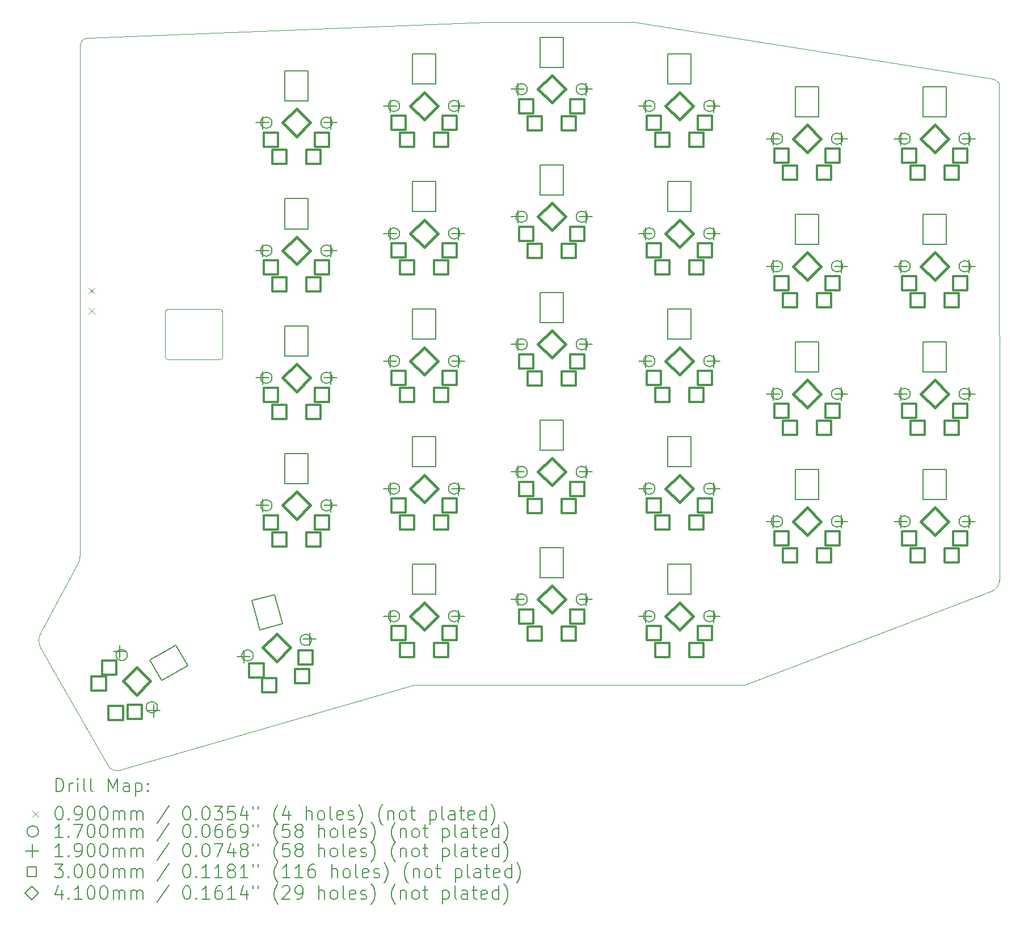
<source format=gbr>
%TF.GenerationSoftware,KiCad,Pcbnew,8.99.0-3407-g6a48e2c35a*%
%TF.CreationDate,2025-03-01T16:00:40+00:00*%
%TF.ProjectId,DragonBoard,44726167-6f6e-4426-9f61-72642e6b6963,rev?*%
%TF.SameCoordinates,Original*%
%TF.FileFunction,Drillmap*%
%TF.FilePolarity,Positive*%
%FSLAX45Y45*%
G04 Gerber Fmt 4.5, Leading zero omitted, Abs format (unit mm)*
G04 Created by KiCad (PCBNEW 8.99.0-3407-g6a48e2c35a) date 2025-03-01 16:00:40*
%MOMM*%
%LPD*%
G01*
G04 APERTURE LIST*
%ADD10C,0.100000*%
%ADD11C,0.150000*%
%ADD12C,0.200000*%
%ADD13C,0.170000*%
%ADD14C,0.190000*%
%ADD15C,0.300000*%
%ADD16C,0.410000*%
G04 APERTURE END LIST*
D10*
X8919368Y-3734881D02*
X8942585Y-3732540D01*
X8897744Y-3741594D02*
X8919368Y-3734881D01*
X8820000Y-11505000D02*
X8800000Y-11565000D01*
X8210000Y-12690000D02*
X8220000Y-12640000D01*
X8827526Y-11440000D02*
X8820000Y-11505000D01*
X8847059Y-3783333D02*
X8861126Y-3766283D01*
X8827386Y-3847743D02*
X8829726Y-3824526D01*
X8836438Y-3802901D02*
X8847059Y-3783333D01*
X8220000Y-12640000D02*
X8800000Y-11565000D01*
X8878175Y-3752216D02*
X8897744Y-3741594D01*
X8861126Y-3766283D02*
X8878175Y-3752216D01*
X8829726Y-3824526D02*
X8836438Y-3802901D01*
X22528388Y-4399781D02*
X22537028Y-4417867D01*
X9255000Y-14620000D02*
X8230000Y-12840000D01*
X17095000Y-3500000D02*
X22447544Y-4344515D01*
X22542438Y-4437457D02*
X22544318Y-4458190D01*
X22537028Y-4417867D02*
X22542438Y-4437457D01*
X22467711Y-4349678D02*
X22486187Y-4358147D01*
X22447544Y-4344515D02*
X22467711Y-4349678D01*
X9255000Y-14620000D02*
X9290000Y-14650000D01*
X13815413Y-13400000D02*
X18750000Y-13400000D01*
X8230000Y-12840000D02*
X8215000Y-12790000D01*
X8210000Y-12730000D02*
X8210000Y-12690000D01*
X9335000Y-14665000D02*
X9390000Y-14675000D01*
X8215000Y-12790000D02*
X8210000Y-12730000D01*
X9290000Y-14650000D02*
X9335000Y-14665000D01*
X22438639Y-11992865D02*
X18750000Y-13400000D01*
X22516832Y-4383558D02*
X22528388Y-4399781D01*
X22486187Y-4358147D02*
X22502662Y-4369560D01*
X14900000Y-3500000D02*
X17095000Y-3500000D01*
X22502662Y-4369560D02*
X22516832Y-4383558D01*
X13815413Y-13400000D02*
X9390000Y-14675000D01*
X22544318Y-4458190D02*
X22547018Y-11835000D01*
X10943912Y-7800264D02*
X10913912Y-7780264D01*
D11*
X12230000Y-10390000D02*
X11880000Y-10390000D01*
X21405000Y-4915000D02*
X21405000Y-4465000D01*
X16040000Y-11795000D02*
X15690000Y-11795000D01*
X17595000Y-6330264D02*
X17595000Y-5880264D01*
D10*
X10943912Y-8520264D02*
X10953912Y-8490264D01*
D11*
X17595000Y-12045000D02*
X17595000Y-11595000D01*
X12230000Y-8035000D02*
X12230000Y-8485000D01*
X17595000Y-11595000D02*
X17945000Y-11595000D01*
X17945000Y-6330264D02*
X17595000Y-6330264D01*
X12230000Y-6135000D02*
X12230000Y-6585000D01*
D10*
X22547018Y-11835000D02*
G75*
G02*
X22438637Y-11992859I-175038J4040D01*
G01*
D11*
X11728452Y-12046114D02*
X11844921Y-12480781D01*
X17595000Y-8235000D02*
X17595000Y-7785000D01*
X13785000Y-7785000D02*
X14135000Y-7785000D01*
X19500000Y-8725000D02*
X19500000Y-8275000D01*
X16040000Y-4175000D02*
X15690000Y-4175000D01*
X19500000Y-8275000D02*
X19850000Y-8275000D01*
X17595000Y-9690000D02*
X17945000Y-9690000D01*
X15690000Y-6080000D02*
X15690000Y-5630000D01*
X15690000Y-4175000D02*
X15690000Y-3725000D01*
X11880000Y-8485000D02*
X11880000Y-8035000D01*
X21755000Y-4915000D02*
X21405000Y-4915000D01*
X17595000Y-7785000D02*
X17945000Y-7785000D01*
D10*
X10103912Y-7800264D02*
X10099884Y-7816378D01*
X10923912Y-8540264D02*
X10943912Y-8520264D01*
D11*
X19850000Y-6370000D02*
X19850000Y-6820000D01*
D10*
X10103912Y-8520264D02*
X10123912Y-8540264D01*
X8827526Y-11440000D02*
X8827386Y-3847743D01*
D11*
X14135000Y-10140000D02*
X13785000Y-10140000D01*
X16040000Y-7535000D02*
X16040000Y-7985000D01*
X19500949Y-4465000D02*
X19850949Y-4465000D01*
X13785000Y-4425000D02*
X13785000Y-3975000D01*
X12230000Y-8485000D02*
X11880000Y-8485000D01*
X17945000Y-10140000D02*
X17595000Y-10140000D01*
X19500000Y-6370000D02*
X19850000Y-6370000D01*
X13785000Y-10140000D02*
X13785000Y-9690000D01*
X21755000Y-10180000D02*
X21755000Y-10630000D01*
D10*
X10913912Y-7780264D02*
X10133912Y-7780264D01*
D11*
X17595000Y-10140000D02*
X17595000Y-9690000D01*
X11506847Y-12571367D02*
X11390378Y-12136701D01*
D10*
X10093912Y-7864885D02*
X10093912Y-8490264D01*
D11*
X15690000Y-7985000D02*
X15690000Y-7535000D01*
X21405000Y-8725000D02*
X21405000Y-8275000D01*
X10040079Y-13329318D02*
X9865079Y-13026209D01*
X12230000Y-6585000D02*
X11880000Y-6585000D01*
X13785000Y-11595000D02*
X14135000Y-11595000D01*
X11880000Y-4675000D02*
X11880000Y-4225000D01*
X19850000Y-10180000D02*
X19850000Y-10630000D01*
X21755000Y-10630000D02*
X21405000Y-10630000D01*
X14135000Y-7785000D02*
X14135000Y-8235000D01*
X21405000Y-6370000D02*
X21755000Y-6370000D01*
X19850949Y-4915000D02*
X19500949Y-4915000D01*
X16040000Y-11345000D02*
X16040000Y-11795000D01*
X10429790Y-13104318D02*
X10040079Y-13329318D01*
X12230000Y-4225000D02*
X12230000Y-4675000D01*
X14135000Y-5880000D02*
X14135000Y-6330000D01*
X13785000Y-5880000D02*
X14135000Y-5880000D01*
X9865079Y-13026209D02*
X10254790Y-12801210D01*
X21405000Y-10630000D02*
X21405000Y-10180000D01*
X14135000Y-3975000D02*
X14135000Y-4425000D01*
D10*
X10133912Y-7780264D02*
X10103912Y-7800264D01*
D11*
X13785000Y-3975000D02*
X14135000Y-3975000D01*
X16040000Y-9440000D02*
X16040000Y-9890000D01*
D10*
X10953912Y-8490264D02*
X10953912Y-7864885D01*
D11*
X14135000Y-6330000D02*
X13785000Y-6330000D01*
X15690000Y-5630000D02*
X16040000Y-5630000D01*
X21405000Y-10180000D02*
X21755000Y-10180000D01*
X17595000Y-5880264D02*
X17945000Y-5880264D01*
D10*
X14900000Y-3500000D02*
X8942585Y-3732540D01*
D11*
X15690000Y-3725000D02*
X16040000Y-3725000D01*
X11880000Y-9940000D02*
X12230000Y-9940000D01*
X13785000Y-12045000D02*
X13785000Y-11595000D01*
X21405000Y-8275000D02*
X21755000Y-8275000D01*
X13785000Y-9690000D02*
X14135000Y-9690000D01*
X19850949Y-4465000D02*
X19850949Y-4915000D01*
X16040000Y-5630000D02*
X16040000Y-6080000D01*
X21755000Y-8725000D02*
X21405000Y-8725000D01*
X11880000Y-6585000D02*
X11880000Y-6135000D01*
X19850000Y-8725000D02*
X19500000Y-8725000D01*
X14135000Y-11595000D02*
X14135000Y-12045000D01*
X14135000Y-8235000D02*
X13785000Y-8235000D01*
X17945000Y-8235000D02*
X17595000Y-8235000D01*
D10*
X10123912Y-8540264D02*
X10923912Y-8540264D01*
D11*
X11880000Y-10390000D02*
X11880000Y-9940000D01*
X21755000Y-6370000D02*
X21755000Y-6820000D01*
X12230000Y-4675000D02*
X11880000Y-4675000D01*
D10*
X10093912Y-8490264D02*
X10103912Y-8520264D01*
D11*
X14135000Y-12045000D02*
X13785000Y-12045000D01*
X19500000Y-10630000D02*
X19500000Y-10180000D01*
X15690000Y-11795000D02*
X15690000Y-11345000D01*
X14135000Y-4425000D02*
X13785000Y-4425000D01*
X19500949Y-4915000D02*
X19500949Y-4465000D01*
X13785000Y-8235000D02*
X13785000Y-7785000D01*
D10*
X10947941Y-7816378D02*
X10943912Y-7800264D01*
D11*
X10254790Y-12801210D02*
X10429790Y-13104318D01*
X16040000Y-6080000D02*
X15690000Y-6080000D01*
X19500000Y-10180000D02*
X19850000Y-10180000D01*
X11880000Y-4225000D02*
X12230000Y-4225000D01*
X17945000Y-4425000D02*
X17595000Y-4425000D01*
X11880000Y-6135000D02*
X12230000Y-6135000D01*
X11390378Y-12136701D02*
X11728452Y-12046114D01*
X13785000Y-6330000D02*
X13785000Y-5880000D01*
X11880000Y-8035000D02*
X12230000Y-8035000D01*
X16040000Y-7985000D02*
X15690000Y-7985000D01*
D10*
X10947941Y-7816378D02*
G75*
G02*
X10953913Y-7864885I-193951J-48502D01*
G01*
D11*
X14135000Y-9690000D02*
X14135000Y-10140000D01*
X21405000Y-6820000D02*
X21405000Y-6370000D01*
X16040000Y-3725000D02*
X16040000Y-4175000D01*
X17945000Y-9690000D02*
X17945000Y-10140000D01*
X17595000Y-3975000D02*
X17945000Y-3975000D01*
X19850000Y-10630000D02*
X19500000Y-10630000D01*
X15690000Y-11345000D02*
X16040000Y-11345000D01*
X21755000Y-4465000D02*
X21755000Y-4915000D01*
X12230000Y-9940000D02*
X12230000Y-10390000D01*
X17945000Y-12045000D02*
X17595000Y-12045000D01*
X17945000Y-7785000D02*
X17945000Y-8235000D01*
X15690000Y-7535000D02*
X16040000Y-7535000D01*
X19500000Y-6820000D02*
X19500000Y-6370000D01*
X21755000Y-6820000D02*
X21405000Y-6820000D01*
X19850000Y-8275000D02*
X19850000Y-8725000D01*
X15690000Y-9440000D02*
X16040000Y-9440000D01*
X21405000Y-4465000D02*
X21755000Y-4465000D01*
X17945000Y-3975000D02*
X17945000Y-4425000D01*
X19850000Y-6820000D02*
X19500000Y-6820000D01*
X16040000Y-9890000D02*
X15690000Y-9890000D01*
X17595000Y-4425000D02*
X17595000Y-3975000D01*
X15690000Y-9890000D02*
X15690000Y-9440000D01*
D10*
X10093912Y-7864885D02*
G75*
G02*
X10099885Y-7816378I200078J-15D01*
G01*
D11*
X17945000Y-11595000D02*
X17945000Y-12045000D01*
X21755000Y-8275000D02*
X21755000Y-8725000D01*
X17945000Y-5880264D02*
X17945000Y-6330264D01*
X11844921Y-12480781D02*
X11506847Y-12571367D01*
D12*
D10*
X8953410Y-7465260D02*
X9043410Y-7555260D01*
X9043410Y-7465260D02*
X8953410Y-7555260D01*
X8953410Y-7465260D02*
X9043410Y-7555260D01*
X9043410Y-7465260D02*
X8953410Y-7555260D01*
X8953410Y-7765260D02*
X9043410Y-7855260D01*
X9043410Y-7765260D02*
X8953410Y-7855260D01*
X8953410Y-7765260D02*
X9043410Y-7855260D01*
X9043410Y-7765260D02*
X8953410Y-7855260D01*
D13*
X9531120Y-12950553D02*
G75*
G02*
X9361120Y-12950553I-85000J0D01*
G01*
X9361120Y-12950553D02*
G75*
G02*
X9531120Y-12950553I85000J0D01*
G01*
X9981120Y-13729975D02*
G75*
G02*
X9811120Y-13729975I-85000J0D01*
G01*
X9811120Y-13729975D02*
G75*
G02*
X9981120Y-13729975I85000J0D01*
G01*
X11410333Y-12956469D02*
G75*
G02*
X11240333Y-12956469I-85000J0D01*
G01*
X11240333Y-12956469D02*
G75*
G02*
X11410333Y-12956469I85000J0D01*
G01*
X11690000Y-5000000D02*
G75*
G02*
X11520000Y-5000000I-85000J0D01*
G01*
X11520000Y-5000000D02*
G75*
G02*
X11690000Y-5000000I85000J0D01*
G01*
X11690000Y-6910000D02*
G75*
G02*
X11520000Y-6910000I-85000J0D01*
G01*
X11520000Y-6910000D02*
G75*
G02*
X11690000Y-6910000I85000J0D01*
G01*
X11690000Y-8810000D02*
G75*
G02*
X11520000Y-8810000I-85000J0D01*
G01*
X11520000Y-8810000D02*
G75*
G02*
X11690000Y-8810000I85000J0D01*
G01*
X11690000Y-10715000D02*
G75*
G02*
X11520000Y-10715000I-85000J0D01*
G01*
X11520000Y-10715000D02*
G75*
G02*
X11690000Y-10715000I85000J0D01*
G01*
X12279666Y-12723531D02*
G75*
G02*
X12109666Y-12723531I-85000J0D01*
G01*
X12109666Y-12723531D02*
G75*
G02*
X12279666Y-12723531I85000J0D01*
G01*
X12590000Y-5000000D02*
G75*
G02*
X12420000Y-5000000I-85000J0D01*
G01*
X12420000Y-5000000D02*
G75*
G02*
X12590000Y-5000000I85000J0D01*
G01*
X12590000Y-6910000D02*
G75*
G02*
X12420000Y-6910000I-85000J0D01*
G01*
X12420000Y-6910000D02*
G75*
G02*
X12590000Y-6910000I85000J0D01*
G01*
X12590000Y-8810000D02*
G75*
G02*
X12420000Y-8810000I-85000J0D01*
G01*
X12420000Y-8810000D02*
G75*
G02*
X12590000Y-8810000I85000J0D01*
G01*
X12590000Y-10715000D02*
G75*
G02*
X12420000Y-10715000I-85000J0D01*
G01*
X12420000Y-10715000D02*
G75*
G02*
X12590000Y-10715000I85000J0D01*
G01*
X13595000Y-6655000D02*
G75*
G02*
X13425000Y-6655000I-85000J0D01*
G01*
X13425000Y-6655000D02*
G75*
G02*
X13595000Y-6655000I85000J0D01*
G01*
X13595000Y-8560000D02*
G75*
G02*
X13425000Y-8560000I-85000J0D01*
G01*
X13425000Y-8560000D02*
G75*
G02*
X13595000Y-8560000I85000J0D01*
G01*
X13595000Y-10465000D02*
G75*
G02*
X13425000Y-10465000I-85000J0D01*
G01*
X13425000Y-10465000D02*
G75*
G02*
X13595000Y-10465000I85000J0D01*
G01*
X13595000Y-12370000D02*
G75*
G02*
X13425000Y-12370000I-85000J0D01*
G01*
X13425000Y-12370000D02*
G75*
G02*
X13595000Y-12370000I85000J0D01*
G01*
X13595000Y-4750000D02*
G75*
G02*
X13425000Y-4750000I-85000J0D01*
G01*
X13425000Y-4750000D02*
G75*
G02*
X13595000Y-4750000I85000J0D01*
G01*
X14495000Y-6655000D02*
G75*
G02*
X14325000Y-6655000I-85000J0D01*
G01*
X14325000Y-6655000D02*
G75*
G02*
X14495000Y-6655000I85000J0D01*
G01*
X14495000Y-8560000D02*
G75*
G02*
X14325000Y-8560000I-85000J0D01*
G01*
X14325000Y-8560000D02*
G75*
G02*
X14495000Y-8560000I85000J0D01*
G01*
X14495000Y-10465000D02*
G75*
G02*
X14325000Y-10465000I-85000J0D01*
G01*
X14325000Y-10465000D02*
G75*
G02*
X14495000Y-10465000I85000J0D01*
G01*
X14495000Y-12370000D02*
G75*
G02*
X14325000Y-12370000I-85000J0D01*
G01*
X14325000Y-12370000D02*
G75*
G02*
X14495000Y-12370000I85000J0D01*
G01*
X14495000Y-4750000D02*
G75*
G02*
X14325000Y-4750000I-85000J0D01*
G01*
X14325000Y-4750000D02*
G75*
G02*
X14495000Y-4750000I85000J0D01*
G01*
X15500000Y-6405000D02*
G75*
G02*
X15330000Y-6405000I-85000J0D01*
G01*
X15330000Y-6405000D02*
G75*
G02*
X15500000Y-6405000I85000J0D01*
G01*
X15500000Y-8310000D02*
G75*
G02*
X15330000Y-8310000I-85000J0D01*
G01*
X15330000Y-8310000D02*
G75*
G02*
X15500000Y-8310000I85000J0D01*
G01*
X15500000Y-10215000D02*
G75*
G02*
X15330000Y-10215000I-85000J0D01*
G01*
X15330000Y-10215000D02*
G75*
G02*
X15500000Y-10215000I85000J0D01*
G01*
X15500000Y-12120000D02*
G75*
G02*
X15330000Y-12120000I-85000J0D01*
G01*
X15330000Y-12120000D02*
G75*
G02*
X15500000Y-12120000I85000J0D01*
G01*
X15500000Y-4500000D02*
G75*
G02*
X15330000Y-4500000I-85000J0D01*
G01*
X15330000Y-4500000D02*
G75*
G02*
X15500000Y-4500000I85000J0D01*
G01*
X16400000Y-6405000D02*
G75*
G02*
X16230000Y-6405000I-85000J0D01*
G01*
X16230000Y-6405000D02*
G75*
G02*
X16400000Y-6405000I85000J0D01*
G01*
X16400000Y-8310000D02*
G75*
G02*
X16230000Y-8310000I-85000J0D01*
G01*
X16230000Y-8310000D02*
G75*
G02*
X16400000Y-8310000I85000J0D01*
G01*
X16400000Y-10215000D02*
G75*
G02*
X16230000Y-10215000I-85000J0D01*
G01*
X16230000Y-10215000D02*
G75*
G02*
X16400000Y-10215000I85000J0D01*
G01*
X16400000Y-12120000D02*
G75*
G02*
X16230000Y-12120000I-85000J0D01*
G01*
X16230000Y-12120000D02*
G75*
G02*
X16400000Y-12120000I85000J0D01*
G01*
X16400000Y-4500000D02*
G75*
G02*
X16230000Y-4500000I-85000J0D01*
G01*
X16230000Y-4500000D02*
G75*
G02*
X16400000Y-4500000I85000J0D01*
G01*
X17405000Y-4750000D02*
G75*
G02*
X17235000Y-4750000I-85000J0D01*
G01*
X17235000Y-4750000D02*
G75*
G02*
X17405000Y-4750000I85000J0D01*
G01*
X17405000Y-6655264D02*
G75*
G02*
X17235000Y-6655264I-85000J0D01*
G01*
X17235000Y-6655264D02*
G75*
G02*
X17405000Y-6655264I85000J0D01*
G01*
X17405000Y-8560000D02*
G75*
G02*
X17235000Y-8560000I-85000J0D01*
G01*
X17235000Y-8560000D02*
G75*
G02*
X17405000Y-8560000I85000J0D01*
G01*
X17405000Y-10465000D02*
G75*
G02*
X17235000Y-10465000I-85000J0D01*
G01*
X17235000Y-10465000D02*
G75*
G02*
X17405000Y-10465000I85000J0D01*
G01*
X17405000Y-12370000D02*
G75*
G02*
X17235000Y-12370000I-85000J0D01*
G01*
X17235000Y-12370000D02*
G75*
G02*
X17405000Y-12370000I85000J0D01*
G01*
X18305000Y-4750000D02*
G75*
G02*
X18135000Y-4750000I-85000J0D01*
G01*
X18135000Y-4750000D02*
G75*
G02*
X18305000Y-4750000I85000J0D01*
G01*
X18305000Y-6655264D02*
G75*
G02*
X18135000Y-6655264I-85000J0D01*
G01*
X18135000Y-6655264D02*
G75*
G02*
X18305000Y-6655264I85000J0D01*
G01*
X18305000Y-8560000D02*
G75*
G02*
X18135000Y-8560000I-85000J0D01*
G01*
X18135000Y-8560000D02*
G75*
G02*
X18305000Y-8560000I85000J0D01*
G01*
X18305000Y-10465000D02*
G75*
G02*
X18135000Y-10465000I-85000J0D01*
G01*
X18135000Y-10465000D02*
G75*
G02*
X18305000Y-10465000I85000J0D01*
G01*
X18305000Y-12370000D02*
G75*
G02*
X18135000Y-12370000I-85000J0D01*
G01*
X18135000Y-12370000D02*
G75*
G02*
X18305000Y-12370000I85000J0D01*
G01*
X19310000Y-5240000D02*
G75*
G02*
X19140000Y-5240000I-85000J0D01*
G01*
X19140000Y-5240000D02*
G75*
G02*
X19310000Y-5240000I85000J0D01*
G01*
X19310000Y-7145000D02*
G75*
G02*
X19140000Y-7145000I-85000J0D01*
G01*
X19140000Y-7145000D02*
G75*
G02*
X19310000Y-7145000I85000J0D01*
G01*
X19310000Y-9050000D02*
G75*
G02*
X19140000Y-9050000I-85000J0D01*
G01*
X19140000Y-9050000D02*
G75*
G02*
X19310000Y-9050000I85000J0D01*
G01*
X19310000Y-10955000D02*
G75*
G02*
X19140000Y-10955000I-85000J0D01*
G01*
X19140000Y-10955000D02*
G75*
G02*
X19310000Y-10955000I85000J0D01*
G01*
X20210000Y-5240000D02*
G75*
G02*
X20040000Y-5240000I-85000J0D01*
G01*
X20040000Y-5240000D02*
G75*
G02*
X20210000Y-5240000I85000J0D01*
G01*
X20210000Y-7145000D02*
G75*
G02*
X20040000Y-7145000I-85000J0D01*
G01*
X20040000Y-7145000D02*
G75*
G02*
X20210000Y-7145000I85000J0D01*
G01*
X20210000Y-9050000D02*
G75*
G02*
X20040000Y-9050000I-85000J0D01*
G01*
X20040000Y-9050000D02*
G75*
G02*
X20210000Y-9050000I85000J0D01*
G01*
X20210000Y-10955000D02*
G75*
G02*
X20040000Y-10955000I-85000J0D01*
G01*
X20040000Y-10955000D02*
G75*
G02*
X20210000Y-10955000I85000J0D01*
G01*
X21215000Y-5240000D02*
G75*
G02*
X21045000Y-5240000I-85000J0D01*
G01*
X21045000Y-5240000D02*
G75*
G02*
X21215000Y-5240000I85000J0D01*
G01*
X21215000Y-7145000D02*
G75*
G02*
X21045000Y-7145000I-85000J0D01*
G01*
X21045000Y-7145000D02*
G75*
G02*
X21215000Y-7145000I85000J0D01*
G01*
X21215000Y-9050000D02*
G75*
G02*
X21045000Y-9050000I-85000J0D01*
G01*
X21045000Y-9050000D02*
G75*
G02*
X21215000Y-9050000I85000J0D01*
G01*
X21215000Y-10955000D02*
G75*
G02*
X21045000Y-10955000I-85000J0D01*
G01*
X21045000Y-10955000D02*
G75*
G02*
X21215000Y-10955000I85000J0D01*
G01*
X22115000Y-5240000D02*
G75*
G02*
X21945000Y-5240000I-85000J0D01*
G01*
X21945000Y-5240000D02*
G75*
G02*
X22115000Y-5240000I85000J0D01*
G01*
X22115000Y-7145000D02*
G75*
G02*
X21945000Y-7145000I-85000J0D01*
G01*
X21945000Y-7145000D02*
G75*
G02*
X22115000Y-7145000I85000J0D01*
G01*
X22115000Y-9050000D02*
G75*
G02*
X21945000Y-9050000I-85000J0D01*
G01*
X21945000Y-9050000D02*
G75*
G02*
X22115000Y-9050000I85000J0D01*
G01*
X22115000Y-10955000D02*
G75*
G02*
X21945000Y-10955000I-85000J0D01*
G01*
X21945000Y-10955000D02*
G75*
G02*
X22115000Y-10955000I85000J0D01*
G01*
D14*
X9417120Y-12805323D02*
X9417120Y-12995323D01*
X9322120Y-12900323D02*
X9512120Y-12900323D01*
X9925120Y-13685205D02*
X9925120Y-13875205D01*
X9830120Y-13780205D02*
X10020120Y-13780205D01*
X11269310Y-12876480D02*
X11269310Y-13066480D01*
X11174310Y-12971480D02*
X11364310Y-12971480D01*
X11547000Y-4905000D02*
X11547000Y-5095000D01*
X11452000Y-5000000D02*
X11642000Y-5000000D01*
X11547000Y-6815000D02*
X11547000Y-7005000D01*
X11452000Y-6910000D02*
X11642000Y-6910000D01*
X11547000Y-8715000D02*
X11547000Y-8905000D01*
X11452000Y-8810000D02*
X11642000Y-8810000D01*
X11547000Y-10620000D02*
X11547000Y-10810000D01*
X11452000Y-10715000D02*
X11642000Y-10715000D01*
X12250690Y-12613520D02*
X12250690Y-12803520D01*
X12155690Y-12708520D02*
X12345690Y-12708520D01*
X12563000Y-4905000D02*
X12563000Y-5095000D01*
X12468000Y-5000000D02*
X12658000Y-5000000D01*
X12563000Y-6815000D02*
X12563000Y-7005000D01*
X12468000Y-6910000D02*
X12658000Y-6910000D01*
X12563000Y-8715000D02*
X12563000Y-8905000D01*
X12468000Y-8810000D02*
X12658000Y-8810000D01*
X12563000Y-10620000D02*
X12563000Y-10810000D01*
X12468000Y-10715000D02*
X12658000Y-10715000D01*
X13452000Y-6560000D02*
X13452000Y-6750000D01*
X13357000Y-6655000D02*
X13547000Y-6655000D01*
X13452000Y-8465000D02*
X13452000Y-8655000D01*
X13357000Y-8560000D02*
X13547000Y-8560000D01*
X13452000Y-10370000D02*
X13452000Y-10560000D01*
X13357000Y-10465000D02*
X13547000Y-10465000D01*
X13452000Y-12275000D02*
X13452000Y-12465000D01*
X13357000Y-12370000D02*
X13547000Y-12370000D01*
X13452000Y-4655000D02*
X13452000Y-4845000D01*
X13357000Y-4750000D02*
X13547000Y-4750000D01*
X14468000Y-6560000D02*
X14468000Y-6750000D01*
X14373000Y-6655000D02*
X14563000Y-6655000D01*
X14468000Y-8465000D02*
X14468000Y-8655000D01*
X14373000Y-8560000D02*
X14563000Y-8560000D01*
X14468000Y-10370000D02*
X14468000Y-10560000D01*
X14373000Y-10465000D02*
X14563000Y-10465000D01*
X14468000Y-12275000D02*
X14468000Y-12465000D01*
X14373000Y-12370000D02*
X14563000Y-12370000D01*
X14468000Y-4655000D02*
X14468000Y-4845000D01*
X14373000Y-4750000D02*
X14563000Y-4750000D01*
X15357000Y-6310000D02*
X15357000Y-6500000D01*
X15262000Y-6405000D02*
X15452000Y-6405000D01*
X15357000Y-8215000D02*
X15357000Y-8405000D01*
X15262000Y-8310000D02*
X15452000Y-8310000D01*
X15357000Y-10120000D02*
X15357000Y-10310000D01*
X15262000Y-10215000D02*
X15452000Y-10215000D01*
X15357000Y-12025000D02*
X15357000Y-12215000D01*
X15262000Y-12120000D02*
X15452000Y-12120000D01*
X15357000Y-4405000D02*
X15357000Y-4595000D01*
X15262000Y-4500000D02*
X15452000Y-4500000D01*
X16373000Y-6310000D02*
X16373000Y-6500000D01*
X16278000Y-6405000D02*
X16468000Y-6405000D01*
X16373000Y-8215000D02*
X16373000Y-8405000D01*
X16278000Y-8310000D02*
X16468000Y-8310000D01*
X16373000Y-10120000D02*
X16373000Y-10310000D01*
X16278000Y-10215000D02*
X16468000Y-10215000D01*
X16373000Y-12025000D02*
X16373000Y-12215000D01*
X16278000Y-12120000D02*
X16468000Y-12120000D01*
X16373000Y-4405000D02*
X16373000Y-4595000D01*
X16278000Y-4500000D02*
X16468000Y-4500000D01*
X17262000Y-4655000D02*
X17262000Y-4845000D01*
X17167000Y-4750000D02*
X17357000Y-4750000D01*
X17262000Y-6560264D02*
X17262000Y-6750264D01*
X17167000Y-6655264D02*
X17357000Y-6655264D01*
X17262000Y-8465000D02*
X17262000Y-8655000D01*
X17167000Y-8560000D02*
X17357000Y-8560000D01*
X17262000Y-10370000D02*
X17262000Y-10560000D01*
X17167000Y-10465000D02*
X17357000Y-10465000D01*
X17262000Y-12275000D02*
X17262000Y-12465000D01*
X17167000Y-12370000D02*
X17357000Y-12370000D01*
X18278000Y-4655000D02*
X18278000Y-4845000D01*
X18183000Y-4750000D02*
X18373000Y-4750000D01*
X18278000Y-6560264D02*
X18278000Y-6750264D01*
X18183000Y-6655264D02*
X18373000Y-6655264D01*
X18278000Y-8465000D02*
X18278000Y-8655000D01*
X18183000Y-8560000D02*
X18373000Y-8560000D01*
X18278000Y-10370000D02*
X18278000Y-10560000D01*
X18183000Y-10465000D02*
X18373000Y-10465000D01*
X18278000Y-12275000D02*
X18278000Y-12465000D01*
X18183000Y-12370000D02*
X18373000Y-12370000D01*
X19167000Y-5145000D02*
X19167000Y-5335000D01*
X19072000Y-5240000D02*
X19262000Y-5240000D01*
X19167000Y-7050000D02*
X19167000Y-7240000D01*
X19072000Y-7145000D02*
X19262000Y-7145000D01*
X19167000Y-8955000D02*
X19167000Y-9145000D01*
X19072000Y-9050000D02*
X19262000Y-9050000D01*
X19167000Y-10860000D02*
X19167000Y-11050000D01*
X19072000Y-10955000D02*
X19262000Y-10955000D01*
X20183000Y-5145000D02*
X20183000Y-5335000D01*
X20088000Y-5240000D02*
X20278000Y-5240000D01*
X20183000Y-7050000D02*
X20183000Y-7240000D01*
X20088000Y-7145000D02*
X20278000Y-7145000D01*
X20183000Y-8955000D02*
X20183000Y-9145000D01*
X20088000Y-9050000D02*
X20278000Y-9050000D01*
X20183000Y-10860000D02*
X20183000Y-11050000D01*
X20088000Y-10955000D02*
X20278000Y-10955000D01*
X21072000Y-5145000D02*
X21072000Y-5335000D01*
X20977000Y-5240000D02*
X21167000Y-5240000D01*
X21072000Y-7050000D02*
X21072000Y-7240000D01*
X20977000Y-7145000D02*
X21167000Y-7145000D01*
X21072000Y-8955000D02*
X21072000Y-9145000D01*
X20977000Y-9050000D02*
X21167000Y-9050000D01*
X21072000Y-10860000D02*
X21072000Y-11050000D01*
X20977000Y-10955000D02*
X21167000Y-10955000D01*
X22088000Y-5145000D02*
X22088000Y-5335000D01*
X21993000Y-5240000D02*
X22183000Y-5240000D01*
X22088000Y-7050000D02*
X22088000Y-7240000D01*
X21993000Y-7145000D02*
X22183000Y-7145000D01*
X22088000Y-8955000D02*
X22088000Y-9145000D01*
X21993000Y-9050000D02*
X22183000Y-9050000D01*
X22088000Y-10860000D02*
X22088000Y-11050000D01*
X21993000Y-10955000D02*
X22183000Y-10955000D01*
D15*
X9210247Y-13480360D02*
X9210247Y-13268226D01*
X8998113Y-13268226D01*
X8998113Y-13480360D01*
X9210247Y-13480360D01*
X9366717Y-13243375D02*
X9366717Y-13031241D01*
X9154583Y-13031241D01*
X9154583Y-13243375D01*
X9366717Y-13243375D01*
X9464247Y-13920301D02*
X9464247Y-13708167D01*
X9252113Y-13708167D01*
X9252113Y-13920301D01*
X9464247Y-13920301D01*
X9747717Y-13903287D02*
X9747717Y-13691153D01*
X9535583Y-13691153D01*
X9535583Y-13903287D01*
X9747717Y-13903287D01*
X11563789Y-13290022D02*
X11563789Y-13077888D01*
X11351655Y-13077888D01*
X11351655Y-13290022D01*
X11563789Y-13290022D01*
X11752202Y-13502497D02*
X11752202Y-13290363D01*
X11540068Y-13290363D01*
X11540068Y-13502497D01*
X11752202Y-13502497D01*
X11780067Y-5360067D02*
X11780067Y-5147933D01*
X11567933Y-5147933D01*
X11567933Y-5360067D01*
X11780067Y-5360067D01*
X11780067Y-7270067D02*
X11780067Y-7057933D01*
X11567933Y-7057933D01*
X11567933Y-7270067D01*
X11780067Y-7270067D01*
X11780067Y-9170067D02*
X11780067Y-8957933D01*
X11567933Y-8957933D01*
X11567933Y-9170067D01*
X11780067Y-9170067D01*
X11780067Y-11075067D02*
X11780067Y-10862933D01*
X11567933Y-10862933D01*
X11567933Y-11075067D01*
X11780067Y-11075067D01*
X11907067Y-5614067D02*
X11907067Y-5401933D01*
X11694933Y-5401933D01*
X11694933Y-5614067D01*
X11907067Y-5614067D01*
X11907067Y-7524067D02*
X11907067Y-7311933D01*
X11694933Y-7311933D01*
X11694933Y-7524067D01*
X11907067Y-7524067D01*
X11907067Y-9424067D02*
X11907067Y-9211933D01*
X11694933Y-9211933D01*
X11694933Y-9424067D01*
X11907067Y-9424067D01*
X11907067Y-11329067D02*
X11907067Y-11116933D01*
X11694933Y-11116933D01*
X11694933Y-11329067D01*
X11907067Y-11329067D01*
X12242892Y-13371017D02*
X12242892Y-13158883D01*
X12030758Y-13158883D01*
X12030758Y-13371017D01*
X12242892Y-13371017D01*
X12299825Y-13092802D02*
X12299825Y-12880668D01*
X12087691Y-12880668D01*
X12087691Y-13092802D01*
X12299825Y-13092802D01*
X12415067Y-7524067D02*
X12415067Y-7311933D01*
X12202933Y-7311933D01*
X12202933Y-7524067D01*
X12415067Y-7524067D01*
X12415067Y-9424067D02*
X12415067Y-9211933D01*
X12202933Y-9211933D01*
X12202933Y-9424067D01*
X12415067Y-9424067D01*
X12415067Y-11329067D02*
X12415067Y-11116933D01*
X12202933Y-11116933D01*
X12202933Y-11329067D01*
X12415067Y-11329067D01*
X12415067Y-5614067D02*
X12415067Y-5401933D01*
X12202933Y-5401933D01*
X12202933Y-5614067D01*
X12415067Y-5614067D01*
X12542067Y-5360067D02*
X12542067Y-5147933D01*
X12329933Y-5147933D01*
X12329933Y-5360067D01*
X12542067Y-5360067D01*
X12542067Y-7270067D02*
X12542067Y-7057933D01*
X12329933Y-7057933D01*
X12329933Y-7270067D01*
X12542067Y-7270067D01*
X12542067Y-9170067D02*
X12542067Y-8957933D01*
X12329933Y-8957933D01*
X12329933Y-9170067D01*
X12542067Y-9170067D01*
X12542067Y-11075067D02*
X12542067Y-10862933D01*
X12329933Y-10862933D01*
X12329933Y-11075067D01*
X12542067Y-11075067D01*
X13685067Y-7015067D02*
X13685067Y-6802933D01*
X13472933Y-6802933D01*
X13472933Y-7015067D01*
X13685067Y-7015067D01*
X13685067Y-8920067D02*
X13685067Y-8707933D01*
X13472933Y-8707933D01*
X13472933Y-8920067D01*
X13685067Y-8920067D01*
X13685067Y-10825067D02*
X13685067Y-10612933D01*
X13472933Y-10612933D01*
X13472933Y-10825067D01*
X13685067Y-10825067D01*
X13685067Y-12730067D02*
X13685067Y-12517933D01*
X13472933Y-12517933D01*
X13472933Y-12730067D01*
X13685067Y-12730067D01*
X13685067Y-5110067D02*
X13685067Y-4897933D01*
X13472933Y-4897933D01*
X13472933Y-5110067D01*
X13685067Y-5110067D01*
X13812067Y-5364067D02*
X13812067Y-5151933D01*
X13599933Y-5151933D01*
X13599933Y-5364067D01*
X13812067Y-5364067D01*
X13812067Y-7269067D02*
X13812067Y-7056933D01*
X13599933Y-7056933D01*
X13599933Y-7269067D01*
X13812067Y-7269067D01*
X13812067Y-9174067D02*
X13812067Y-8961933D01*
X13599933Y-8961933D01*
X13599933Y-9174067D01*
X13812067Y-9174067D01*
X13812067Y-11079067D02*
X13812067Y-10866933D01*
X13599933Y-10866933D01*
X13599933Y-11079067D01*
X13812067Y-11079067D01*
X13812067Y-12984067D02*
X13812067Y-12771933D01*
X13599933Y-12771933D01*
X13599933Y-12984067D01*
X13812067Y-12984067D01*
X14320067Y-7269067D02*
X14320067Y-7056933D01*
X14107933Y-7056933D01*
X14107933Y-7269067D01*
X14320067Y-7269067D01*
X14320067Y-9174067D02*
X14320067Y-8961933D01*
X14107933Y-8961933D01*
X14107933Y-9174067D01*
X14320067Y-9174067D01*
X14320067Y-11079067D02*
X14320067Y-10866933D01*
X14107933Y-10866933D01*
X14107933Y-11079067D01*
X14320067Y-11079067D01*
X14320067Y-12984067D02*
X14320067Y-12771933D01*
X14107933Y-12771933D01*
X14107933Y-12984067D01*
X14320067Y-12984067D01*
X14320067Y-5364067D02*
X14320067Y-5151933D01*
X14107933Y-5151933D01*
X14107933Y-5364067D01*
X14320067Y-5364067D01*
X14447067Y-7015067D02*
X14447067Y-6802933D01*
X14234933Y-6802933D01*
X14234933Y-7015067D01*
X14447067Y-7015067D01*
X14447067Y-8920067D02*
X14447067Y-8707933D01*
X14234933Y-8707933D01*
X14234933Y-8920067D01*
X14447067Y-8920067D01*
X14447067Y-10825067D02*
X14447067Y-10612933D01*
X14234933Y-10612933D01*
X14234933Y-10825067D01*
X14447067Y-10825067D01*
X14447067Y-12730067D02*
X14447067Y-12517933D01*
X14234933Y-12517933D01*
X14234933Y-12730067D01*
X14447067Y-12730067D01*
X14447067Y-5110067D02*
X14447067Y-4897933D01*
X14234933Y-4897933D01*
X14234933Y-5110067D01*
X14447067Y-5110067D01*
X15590067Y-6765067D02*
X15590067Y-6552933D01*
X15377933Y-6552933D01*
X15377933Y-6765067D01*
X15590067Y-6765067D01*
X15590067Y-8670067D02*
X15590067Y-8457933D01*
X15377933Y-8457933D01*
X15377933Y-8670067D01*
X15590067Y-8670067D01*
X15590067Y-10575067D02*
X15590067Y-10362933D01*
X15377933Y-10362933D01*
X15377933Y-10575067D01*
X15590067Y-10575067D01*
X15590067Y-12480067D02*
X15590067Y-12267933D01*
X15377933Y-12267933D01*
X15377933Y-12480067D01*
X15590067Y-12480067D01*
X15590067Y-4860067D02*
X15590067Y-4647933D01*
X15377933Y-4647933D01*
X15377933Y-4860067D01*
X15590067Y-4860067D01*
X15717067Y-5114067D02*
X15717067Y-4901933D01*
X15504933Y-4901933D01*
X15504933Y-5114067D01*
X15717067Y-5114067D01*
X15717067Y-7019067D02*
X15717067Y-6806933D01*
X15504933Y-6806933D01*
X15504933Y-7019067D01*
X15717067Y-7019067D01*
X15717067Y-8924067D02*
X15717067Y-8711933D01*
X15504933Y-8711933D01*
X15504933Y-8924067D01*
X15717067Y-8924067D01*
X15717067Y-10829067D02*
X15717067Y-10616933D01*
X15504933Y-10616933D01*
X15504933Y-10829067D01*
X15717067Y-10829067D01*
X15717067Y-12734067D02*
X15717067Y-12521933D01*
X15504933Y-12521933D01*
X15504933Y-12734067D01*
X15717067Y-12734067D01*
X16225067Y-7019067D02*
X16225067Y-6806933D01*
X16012933Y-6806933D01*
X16012933Y-7019067D01*
X16225067Y-7019067D01*
X16225067Y-8924067D02*
X16225067Y-8711933D01*
X16012933Y-8711933D01*
X16012933Y-8924067D01*
X16225067Y-8924067D01*
X16225067Y-10829067D02*
X16225067Y-10616933D01*
X16012933Y-10616933D01*
X16012933Y-10829067D01*
X16225067Y-10829067D01*
X16225067Y-12734067D02*
X16225067Y-12521933D01*
X16012933Y-12521933D01*
X16012933Y-12734067D01*
X16225067Y-12734067D01*
X16225067Y-5114067D02*
X16225067Y-4901933D01*
X16012933Y-4901933D01*
X16012933Y-5114067D01*
X16225067Y-5114067D01*
X16352067Y-6765067D02*
X16352067Y-6552933D01*
X16139933Y-6552933D01*
X16139933Y-6765067D01*
X16352067Y-6765067D01*
X16352067Y-8670067D02*
X16352067Y-8457933D01*
X16139933Y-8457933D01*
X16139933Y-8670067D01*
X16352067Y-8670067D01*
X16352067Y-10575067D02*
X16352067Y-10362933D01*
X16139933Y-10362933D01*
X16139933Y-10575067D01*
X16352067Y-10575067D01*
X16352067Y-12480067D02*
X16352067Y-12267933D01*
X16139933Y-12267933D01*
X16139933Y-12480067D01*
X16352067Y-12480067D01*
X16352067Y-4860067D02*
X16352067Y-4647933D01*
X16139933Y-4647933D01*
X16139933Y-4860067D01*
X16352067Y-4860067D01*
X17495067Y-5110067D02*
X17495067Y-4897933D01*
X17282933Y-4897933D01*
X17282933Y-5110067D01*
X17495067Y-5110067D01*
X17495067Y-7015331D02*
X17495067Y-6803197D01*
X17282933Y-6803197D01*
X17282933Y-7015331D01*
X17495067Y-7015331D01*
X17495067Y-8920067D02*
X17495067Y-8707933D01*
X17282933Y-8707933D01*
X17282933Y-8920067D01*
X17495067Y-8920067D01*
X17495067Y-10825067D02*
X17495067Y-10612933D01*
X17282933Y-10612933D01*
X17282933Y-10825067D01*
X17495067Y-10825067D01*
X17495067Y-12730067D02*
X17495067Y-12517933D01*
X17282933Y-12517933D01*
X17282933Y-12730067D01*
X17495067Y-12730067D01*
X17622067Y-5364067D02*
X17622067Y-5151933D01*
X17409933Y-5151933D01*
X17409933Y-5364067D01*
X17622067Y-5364067D01*
X17622067Y-7269331D02*
X17622067Y-7057197D01*
X17409933Y-7057197D01*
X17409933Y-7269331D01*
X17622067Y-7269331D01*
X17622067Y-9174067D02*
X17622067Y-8961933D01*
X17409933Y-8961933D01*
X17409933Y-9174067D01*
X17622067Y-9174067D01*
X17622067Y-11079067D02*
X17622067Y-10866933D01*
X17409933Y-10866933D01*
X17409933Y-11079067D01*
X17622067Y-11079067D01*
X17622067Y-12984067D02*
X17622067Y-12771933D01*
X17409933Y-12771933D01*
X17409933Y-12984067D01*
X17622067Y-12984067D01*
X18130067Y-5364067D02*
X18130067Y-5151933D01*
X17917933Y-5151933D01*
X17917933Y-5364067D01*
X18130067Y-5364067D01*
X18130067Y-7269331D02*
X18130067Y-7057197D01*
X17917933Y-7057197D01*
X17917933Y-7269331D01*
X18130067Y-7269331D01*
X18130067Y-9174067D02*
X18130067Y-8961933D01*
X17917933Y-8961933D01*
X17917933Y-9174067D01*
X18130067Y-9174067D01*
X18130067Y-11079067D02*
X18130067Y-10866933D01*
X17917933Y-10866933D01*
X17917933Y-11079067D01*
X18130067Y-11079067D01*
X18130067Y-12984067D02*
X18130067Y-12771933D01*
X17917933Y-12771933D01*
X17917933Y-12984067D01*
X18130067Y-12984067D01*
X18257067Y-5110067D02*
X18257067Y-4897933D01*
X18044933Y-4897933D01*
X18044933Y-5110067D01*
X18257067Y-5110067D01*
X18257067Y-7015331D02*
X18257067Y-6803197D01*
X18044933Y-6803197D01*
X18044933Y-7015331D01*
X18257067Y-7015331D01*
X18257067Y-8920067D02*
X18257067Y-8707933D01*
X18044933Y-8707933D01*
X18044933Y-8920067D01*
X18257067Y-8920067D01*
X18257067Y-10825067D02*
X18257067Y-10612933D01*
X18044933Y-10612933D01*
X18044933Y-10825067D01*
X18257067Y-10825067D01*
X18257067Y-12730067D02*
X18257067Y-12517933D01*
X18044933Y-12517933D01*
X18044933Y-12730067D01*
X18257067Y-12730067D01*
X19400067Y-5600067D02*
X19400067Y-5387933D01*
X19187933Y-5387933D01*
X19187933Y-5600067D01*
X19400067Y-5600067D01*
X19400067Y-7505067D02*
X19400067Y-7292933D01*
X19187933Y-7292933D01*
X19187933Y-7505067D01*
X19400067Y-7505067D01*
X19400067Y-9410067D02*
X19400067Y-9197933D01*
X19187933Y-9197933D01*
X19187933Y-9410067D01*
X19400067Y-9410067D01*
X19400067Y-11315067D02*
X19400067Y-11102933D01*
X19187933Y-11102933D01*
X19187933Y-11315067D01*
X19400067Y-11315067D01*
X19527067Y-5854067D02*
X19527067Y-5641933D01*
X19314933Y-5641933D01*
X19314933Y-5854067D01*
X19527067Y-5854067D01*
X19527067Y-7759067D02*
X19527067Y-7546933D01*
X19314933Y-7546933D01*
X19314933Y-7759067D01*
X19527067Y-7759067D01*
X19527067Y-9664067D02*
X19527067Y-9451933D01*
X19314933Y-9451933D01*
X19314933Y-9664067D01*
X19527067Y-9664067D01*
X19527067Y-11569067D02*
X19527067Y-11356933D01*
X19314933Y-11356933D01*
X19314933Y-11569067D01*
X19527067Y-11569067D01*
X20035067Y-5854067D02*
X20035067Y-5641933D01*
X19822933Y-5641933D01*
X19822933Y-5854067D01*
X20035067Y-5854067D01*
X20035067Y-7759067D02*
X20035067Y-7546933D01*
X19822933Y-7546933D01*
X19822933Y-7759067D01*
X20035067Y-7759067D01*
X20035067Y-9664067D02*
X20035067Y-9451933D01*
X19822933Y-9451933D01*
X19822933Y-9664067D01*
X20035067Y-9664067D01*
X20035067Y-11569067D02*
X20035067Y-11356933D01*
X19822933Y-11356933D01*
X19822933Y-11569067D01*
X20035067Y-11569067D01*
X20162067Y-5600067D02*
X20162067Y-5387933D01*
X19949933Y-5387933D01*
X19949933Y-5600067D01*
X20162067Y-5600067D01*
X20162067Y-7505067D02*
X20162067Y-7292933D01*
X19949933Y-7292933D01*
X19949933Y-7505067D01*
X20162067Y-7505067D01*
X20162067Y-9410067D02*
X20162067Y-9197933D01*
X19949933Y-9197933D01*
X19949933Y-9410067D01*
X20162067Y-9410067D01*
X20162067Y-11315067D02*
X20162067Y-11102933D01*
X19949933Y-11102933D01*
X19949933Y-11315067D01*
X20162067Y-11315067D01*
X21305067Y-5600067D02*
X21305067Y-5387933D01*
X21092933Y-5387933D01*
X21092933Y-5600067D01*
X21305067Y-5600067D01*
X21305067Y-7505067D02*
X21305067Y-7292933D01*
X21092933Y-7292933D01*
X21092933Y-7505067D01*
X21305067Y-7505067D01*
X21305067Y-9410067D02*
X21305067Y-9197933D01*
X21092933Y-9197933D01*
X21092933Y-9410067D01*
X21305067Y-9410067D01*
X21305067Y-11315067D02*
X21305067Y-11102933D01*
X21092933Y-11102933D01*
X21092933Y-11315067D01*
X21305067Y-11315067D01*
X21432067Y-5854067D02*
X21432067Y-5641933D01*
X21219933Y-5641933D01*
X21219933Y-5854067D01*
X21432067Y-5854067D01*
X21432067Y-7759067D02*
X21432067Y-7546933D01*
X21219933Y-7546933D01*
X21219933Y-7759067D01*
X21432067Y-7759067D01*
X21432067Y-9664067D02*
X21432067Y-9451933D01*
X21219933Y-9451933D01*
X21219933Y-9664067D01*
X21432067Y-9664067D01*
X21432067Y-11569067D02*
X21432067Y-11356933D01*
X21219933Y-11356933D01*
X21219933Y-11569067D01*
X21432067Y-11569067D01*
X21940067Y-5854067D02*
X21940067Y-5641933D01*
X21727933Y-5641933D01*
X21727933Y-5854067D01*
X21940067Y-5854067D01*
X21940067Y-7759067D02*
X21940067Y-7546933D01*
X21727933Y-7546933D01*
X21727933Y-7759067D01*
X21940067Y-7759067D01*
X21940067Y-9664067D02*
X21940067Y-9451933D01*
X21727933Y-9451933D01*
X21727933Y-9664067D01*
X21940067Y-9664067D01*
X21940067Y-11569067D02*
X21940067Y-11356933D01*
X21727933Y-11356933D01*
X21727933Y-11569067D01*
X21940067Y-11569067D01*
X22067067Y-5600067D02*
X22067067Y-5387933D01*
X21854933Y-5387933D01*
X21854933Y-5600067D01*
X22067067Y-5600067D01*
X22067067Y-7505067D02*
X22067067Y-7292933D01*
X21854933Y-7292933D01*
X21854933Y-7505067D01*
X22067067Y-7505067D01*
X22067067Y-9410067D02*
X22067067Y-9197933D01*
X21854933Y-9197933D01*
X21854933Y-9410067D01*
X22067067Y-9410067D01*
X22067067Y-11315067D02*
X22067067Y-11102933D01*
X21854933Y-11102933D01*
X21854933Y-11315067D01*
X22067067Y-11315067D01*
D16*
X9671120Y-13545264D02*
X9876120Y-13340264D01*
X9671120Y-13135264D01*
X9466120Y-13340264D01*
X9671120Y-13545264D01*
X11760000Y-13045000D02*
X11965000Y-12840000D01*
X11760000Y-12635000D01*
X11555000Y-12840000D01*
X11760000Y-13045000D01*
X12055000Y-5205000D02*
X12260000Y-5000000D01*
X12055000Y-4795000D01*
X11850000Y-5000000D01*
X12055000Y-5205000D01*
X12055000Y-7115000D02*
X12260000Y-6910000D01*
X12055000Y-6705000D01*
X11850000Y-6910000D01*
X12055000Y-7115000D01*
X12055000Y-9015000D02*
X12260000Y-8810000D01*
X12055000Y-8605000D01*
X11850000Y-8810000D01*
X12055000Y-9015000D01*
X12055000Y-10920000D02*
X12260000Y-10715000D01*
X12055000Y-10510000D01*
X11850000Y-10715000D01*
X12055000Y-10920000D01*
X13960000Y-6860000D02*
X14165000Y-6655000D01*
X13960000Y-6450000D01*
X13755000Y-6655000D01*
X13960000Y-6860000D01*
X13960000Y-8765000D02*
X14165000Y-8560000D01*
X13960000Y-8355000D01*
X13755000Y-8560000D01*
X13960000Y-8765000D01*
X13960000Y-10670000D02*
X14165000Y-10465000D01*
X13960000Y-10260000D01*
X13755000Y-10465000D01*
X13960000Y-10670000D01*
X13960000Y-12575000D02*
X14165000Y-12370000D01*
X13960000Y-12165000D01*
X13755000Y-12370000D01*
X13960000Y-12575000D01*
X13960000Y-4955000D02*
X14165000Y-4750000D01*
X13960000Y-4545000D01*
X13755000Y-4750000D01*
X13960000Y-4955000D01*
X15865000Y-6610000D02*
X16070000Y-6405000D01*
X15865000Y-6200000D01*
X15660000Y-6405000D01*
X15865000Y-6610000D01*
X15865000Y-8515000D02*
X16070000Y-8310000D01*
X15865000Y-8105000D01*
X15660000Y-8310000D01*
X15865000Y-8515000D01*
X15865000Y-10420000D02*
X16070000Y-10215000D01*
X15865000Y-10010000D01*
X15660000Y-10215000D01*
X15865000Y-10420000D01*
X15865000Y-12325000D02*
X16070000Y-12120000D01*
X15865000Y-11915000D01*
X15660000Y-12120000D01*
X15865000Y-12325000D01*
X15865000Y-4705000D02*
X16070000Y-4500000D01*
X15865000Y-4295000D01*
X15660000Y-4500000D01*
X15865000Y-4705000D01*
X17770000Y-4955000D02*
X17975000Y-4750000D01*
X17770000Y-4545000D01*
X17565000Y-4750000D01*
X17770000Y-4955000D01*
X17770000Y-6860264D02*
X17975000Y-6655264D01*
X17770000Y-6450264D01*
X17565000Y-6655264D01*
X17770000Y-6860264D01*
X17770000Y-8765000D02*
X17975000Y-8560000D01*
X17770000Y-8355000D01*
X17565000Y-8560000D01*
X17770000Y-8765000D01*
X17770000Y-10670000D02*
X17975000Y-10465000D01*
X17770000Y-10260000D01*
X17565000Y-10465000D01*
X17770000Y-10670000D01*
X17770000Y-12575000D02*
X17975000Y-12370000D01*
X17770000Y-12165000D01*
X17565000Y-12370000D01*
X17770000Y-12575000D01*
X19675000Y-5445000D02*
X19880000Y-5240000D01*
X19675000Y-5035000D01*
X19470000Y-5240000D01*
X19675000Y-5445000D01*
X19675000Y-7350000D02*
X19880000Y-7145000D01*
X19675000Y-6940000D01*
X19470000Y-7145000D01*
X19675000Y-7350000D01*
X19675000Y-9255000D02*
X19880000Y-9050000D01*
X19675000Y-8845000D01*
X19470000Y-9050000D01*
X19675000Y-9255000D01*
X19675000Y-11160000D02*
X19880000Y-10955000D01*
X19675000Y-10750000D01*
X19470000Y-10955000D01*
X19675000Y-11160000D01*
X21580000Y-5445000D02*
X21785000Y-5240000D01*
X21580000Y-5035000D01*
X21375000Y-5240000D01*
X21580000Y-5445000D01*
X21580000Y-7350000D02*
X21785000Y-7145000D01*
X21580000Y-6940000D01*
X21375000Y-7145000D01*
X21580000Y-7350000D01*
X21580000Y-9255000D02*
X21785000Y-9050000D01*
X21580000Y-8845000D01*
X21375000Y-9050000D01*
X21580000Y-9255000D01*
X21580000Y-11160000D02*
X21785000Y-10955000D01*
X21580000Y-10750000D01*
X21375000Y-10955000D01*
X21580000Y-11160000D01*
D12*
X8465777Y-14991484D02*
X8465777Y-14791484D01*
X8465777Y-14791484D02*
X8513396Y-14791484D01*
X8513396Y-14791484D02*
X8541967Y-14801008D01*
X8541967Y-14801008D02*
X8561015Y-14820055D01*
X8561015Y-14820055D02*
X8570539Y-14839103D01*
X8570539Y-14839103D02*
X8580063Y-14877198D01*
X8580063Y-14877198D02*
X8580063Y-14905769D01*
X8580063Y-14905769D02*
X8570539Y-14943865D01*
X8570539Y-14943865D02*
X8561015Y-14962912D01*
X8561015Y-14962912D02*
X8541967Y-14981960D01*
X8541967Y-14981960D02*
X8513396Y-14991484D01*
X8513396Y-14991484D02*
X8465777Y-14991484D01*
X8665777Y-14991484D02*
X8665777Y-14858150D01*
X8665777Y-14896246D02*
X8675301Y-14877198D01*
X8675301Y-14877198D02*
X8684824Y-14867674D01*
X8684824Y-14867674D02*
X8703872Y-14858150D01*
X8703872Y-14858150D02*
X8722920Y-14858150D01*
X8789586Y-14991484D02*
X8789586Y-14858150D01*
X8789586Y-14791484D02*
X8780063Y-14801008D01*
X8780063Y-14801008D02*
X8789586Y-14810531D01*
X8789586Y-14810531D02*
X8799110Y-14801008D01*
X8799110Y-14801008D02*
X8789586Y-14791484D01*
X8789586Y-14791484D02*
X8789586Y-14810531D01*
X8913396Y-14991484D02*
X8894348Y-14981960D01*
X8894348Y-14981960D02*
X8884824Y-14962912D01*
X8884824Y-14962912D02*
X8884824Y-14791484D01*
X9018158Y-14991484D02*
X8999110Y-14981960D01*
X8999110Y-14981960D02*
X8989586Y-14962912D01*
X8989586Y-14962912D02*
X8989586Y-14791484D01*
X9246729Y-14991484D02*
X9246729Y-14791484D01*
X9246729Y-14791484D02*
X9313396Y-14934341D01*
X9313396Y-14934341D02*
X9380063Y-14791484D01*
X9380063Y-14791484D02*
X9380063Y-14991484D01*
X9561015Y-14991484D02*
X9561015Y-14886722D01*
X9561015Y-14886722D02*
X9551491Y-14867674D01*
X9551491Y-14867674D02*
X9532444Y-14858150D01*
X9532444Y-14858150D02*
X9494348Y-14858150D01*
X9494348Y-14858150D02*
X9475301Y-14867674D01*
X9561015Y-14981960D02*
X9541967Y-14991484D01*
X9541967Y-14991484D02*
X9494348Y-14991484D01*
X9494348Y-14991484D02*
X9475301Y-14981960D01*
X9475301Y-14981960D02*
X9465777Y-14962912D01*
X9465777Y-14962912D02*
X9465777Y-14943865D01*
X9465777Y-14943865D02*
X9475301Y-14924817D01*
X9475301Y-14924817D02*
X9494348Y-14915293D01*
X9494348Y-14915293D02*
X9541967Y-14915293D01*
X9541967Y-14915293D02*
X9561015Y-14905769D01*
X9656253Y-14858150D02*
X9656253Y-15058150D01*
X9656253Y-14867674D02*
X9675301Y-14858150D01*
X9675301Y-14858150D02*
X9713396Y-14858150D01*
X9713396Y-14858150D02*
X9732444Y-14867674D01*
X9732444Y-14867674D02*
X9741967Y-14877198D01*
X9741967Y-14877198D02*
X9751491Y-14896246D01*
X9751491Y-14896246D02*
X9751491Y-14953388D01*
X9751491Y-14953388D02*
X9741967Y-14972436D01*
X9741967Y-14972436D02*
X9732444Y-14981960D01*
X9732444Y-14981960D02*
X9713396Y-14991484D01*
X9713396Y-14991484D02*
X9675301Y-14991484D01*
X9675301Y-14991484D02*
X9656253Y-14981960D01*
X9837205Y-14972436D02*
X9846729Y-14981960D01*
X9846729Y-14981960D02*
X9837205Y-14991484D01*
X9837205Y-14991484D02*
X9827682Y-14981960D01*
X9827682Y-14981960D02*
X9837205Y-14972436D01*
X9837205Y-14972436D02*
X9837205Y-14991484D01*
X9837205Y-14867674D02*
X9846729Y-14877198D01*
X9846729Y-14877198D02*
X9837205Y-14886722D01*
X9837205Y-14886722D02*
X9827682Y-14877198D01*
X9827682Y-14877198D02*
X9837205Y-14867674D01*
X9837205Y-14867674D02*
X9837205Y-14886722D01*
D10*
X8115000Y-15275000D02*
X8205000Y-15365000D01*
X8205000Y-15275000D02*
X8115000Y-15365000D01*
D12*
X8503872Y-15211484D02*
X8522920Y-15211484D01*
X8522920Y-15211484D02*
X8541967Y-15221008D01*
X8541967Y-15221008D02*
X8551491Y-15230531D01*
X8551491Y-15230531D02*
X8561015Y-15249579D01*
X8561015Y-15249579D02*
X8570539Y-15287674D01*
X8570539Y-15287674D02*
X8570539Y-15335293D01*
X8570539Y-15335293D02*
X8561015Y-15373388D01*
X8561015Y-15373388D02*
X8551491Y-15392436D01*
X8551491Y-15392436D02*
X8541967Y-15401960D01*
X8541967Y-15401960D02*
X8522920Y-15411484D01*
X8522920Y-15411484D02*
X8503872Y-15411484D01*
X8503872Y-15411484D02*
X8484824Y-15401960D01*
X8484824Y-15401960D02*
X8475301Y-15392436D01*
X8475301Y-15392436D02*
X8465777Y-15373388D01*
X8465777Y-15373388D02*
X8456253Y-15335293D01*
X8456253Y-15335293D02*
X8456253Y-15287674D01*
X8456253Y-15287674D02*
X8465777Y-15249579D01*
X8465777Y-15249579D02*
X8475301Y-15230531D01*
X8475301Y-15230531D02*
X8484824Y-15221008D01*
X8484824Y-15221008D02*
X8503872Y-15211484D01*
X8656253Y-15392436D02*
X8665777Y-15401960D01*
X8665777Y-15401960D02*
X8656253Y-15411484D01*
X8656253Y-15411484D02*
X8646729Y-15401960D01*
X8646729Y-15401960D02*
X8656253Y-15392436D01*
X8656253Y-15392436D02*
X8656253Y-15411484D01*
X8761015Y-15411484D02*
X8799110Y-15411484D01*
X8799110Y-15411484D02*
X8818158Y-15401960D01*
X8818158Y-15401960D02*
X8827682Y-15392436D01*
X8827682Y-15392436D02*
X8846729Y-15363865D01*
X8846729Y-15363865D02*
X8856253Y-15325769D01*
X8856253Y-15325769D02*
X8856253Y-15249579D01*
X8856253Y-15249579D02*
X8846729Y-15230531D01*
X8846729Y-15230531D02*
X8837205Y-15221008D01*
X8837205Y-15221008D02*
X8818158Y-15211484D01*
X8818158Y-15211484D02*
X8780063Y-15211484D01*
X8780063Y-15211484D02*
X8761015Y-15221008D01*
X8761015Y-15221008D02*
X8751491Y-15230531D01*
X8751491Y-15230531D02*
X8741967Y-15249579D01*
X8741967Y-15249579D02*
X8741967Y-15297198D01*
X8741967Y-15297198D02*
X8751491Y-15316246D01*
X8751491Y-15316246D02*
X8761015Y-15325769D01*
X8761015Y-15325769D02*
X8780063Y-15335293D01*
X8780063Y-15335293D02*
X8818158Y-15335293D01*
X8818158Y-15335293D02*
X8837205Y-15325769D01*
X8837205Y-15325769D02*
X8846729Y-15316246D01*
X8846729Y-15316246D02*
X8856253Y-15297198D01*
X8980063Y-15211484D02*
X8999110Y-15211484D01*
X8999110Y-15211484D02*
X9018158Y-15221008D01*
X9018158Y-15221008D02*
X9027682Y-15230531D01*
X9027682Y-15230531D02*
X9037205Y-15249579D01*
X9037205Y-15249579D02*
X9046729Y-15287674D01*
X9046729Y-15287674D02*
X9046729Y-15335293D01*
X9046729Y-15335293D02*
X9037205Y-15373388D01*
X9037205Y-15373388D02*
X9027682Y-15392436D01*
X9027682Y-15392436D02*
X9018158Y-15401960D01*
X9018158Y-15401960D02*
X8999110Y-15411484D01*
X8999110Y-15411484D02*
X8980063Y-15411484D01*
X8980063Y-15411484D02*
X8961015Y-15401960D01*
X8961015Y-15401960D02*
X8951491Y-15392436D01*
X8951491Y-15392436D02*
X8941967Y-15373388D01*
X8941967Y-15373388D02*
X8932444Y-15335293D01*
X8932444Y-15335293D02*
X8932444Y-15287674D01*
X8932444Y-15287674D02*
X8941967Y-15249579D01*
X8941967Y-15249579D02*
X8951491Y-15230531D01*
X8951491Y-15230531D02*
X8961015Y-15221008D01*
X8961015Y-15221008D02*
X8980063Y-15211484D01*
X9170539Y-15211484D02*
X9189586Y-15211484D01*
X9189586Y-15211484D02*
X9208634Y-15221008D01*
X9208634Y-15221008D02*
X9218158Y-15230531D01*
X9218158Y-15230531D02*
X9227682Y-15249579D01*
X9227682Y-15249579D02*
X9237205Y-15287674D01*
X9237205Y-15287674D02*
X9237205Y-15335293D01*
X9237205Y-15335293D02*
X9227682Y-15373388D01*
X9227682Y-15373388D02*
X9218158Y-15392436D01*
X9218158Y-15392436D02*
X9208634Y-15401960D01*
X9208634Y-15401960D02*
X9189586Y-15411484D01*
X9189586Y-15411484D02*
X9170539Y-15411484D01*
X9170539Y-15411484D02*
X9151491Y-15401960D01*
X9151491Y-15401960D02*
X9141967Y-15392436D01*
X9141967Y-15392436D02*
X9132444Y-15373388D01*
X9132444Y-15373388D02*
X9122920Y-15335293D01*
X9122920Y-15335293D02*
X9122920Y-15287674D01*
X9122920Y-15287674D02*
X9132444Y-15249579D01*
X9132444Y-15249579D02*
X9141967Y-15230531D01*
X9141967Y-15230531D02*
X9151491Y-15221008D01*
X9151491Y-15221008D02*
X9170539Y-15211484D01*
X9322920Y-15411484D02*
X9322920Y-15278150D01*
X9322920Y-15297198D02*
X9332444Y-15287674D01*
X9332444Y-15287674D02*
X9351491Y-15278150D01*
X9351491Y-15278150D02*
X9380063Y-15278150D01*
X9380063Y-15278150D02*
X9399110Y-15287674D01*
X9399110Y-15287674D02*
X9408634Y-15306722D01*
X9408634Y-15306722D02*
X9408634Y-15411484D01*
X9408634Y-15306722D02*
X9418158Y-15287674D01*
X9418158Y-15287674D02*
X9437205Y-15278150D01*
X9437205Y-15278150D02*
X9465777Y-15278150D01*
X9465777Y-15278150D02*
X9484825Y-15287674D01*
X9484825Y-15287674D02*
X9494348Y-15306722D01*
X9494348Y-15306722D02*
X9494348Y-15411484D01*
X9589586Y-15411484D02*
X9589586Y-15278150D01*
X9589586Y-15297198D02*
X9599110Y-15287674D01*
X9599110Y-15287674D02*
X9618158Y-15278150D01*
X9618158Y-15278150D02*
X9646729Y-15278150D01*
X9646729Y-15278150D02*
X9665777Y-15287674D01*
X9665777Y-15287674D02*
X9675301Y-15306722D01*
X9675301Y-15306722D02*
X9675301Y-15411484D01*
X9675301Y-15306722D02*
X9684825Y-15287674D01*
X9684825Y-15287674D02*
X9703872Y-15278150D01*
X9703872Y-15278150D02*
X9732444Y-15278150D01*
X9732444Y-15278150D02*
X9751491Y-15287674D01*
X9751491Y-15287674D02*
X9761015Y-15306722D01*
X9761015Y-15306722D02*
X9761015Y-15411484D01*
X10151491Y-15201960D02*
X9980063Y-15459103D01*
X10408634Y-15211484D02*
X10427682Y-15211484D01*
X10427682Y-15211484D02*
X10446729Y-15221008D01*
X10446729Y-15221008D02*
X10456253Y-15230531D01*
X10456253Y-15230531D02*
X10465777Y-15249579D01*
X10465777Y-15249579D02*
X10475301Y-15287674D01*
X10475301Y-15287674D02*
X10475301Y-15335293D01*
X10475301Y-15335293D02*
X10465777Y-15373388D01*
X10465777Y-15373388D02*
X10456253Y-15392436D01*
X10456253Y-15392436D02*
X10446729Y-15401960D01*
X10446729Y-15401960D02*
X10427682Y-15411484D01*
X10427682Y-15411484D02*
X10408634Y-15411484D01*
X10408634Y-15411484D02*
X10389587Y-15401960D01*
X10389587Y-15401960D02*
X10380063Y-15392436D01*
X10380063Y-15392436D02*
X10370539Y-15373388D01*
X10370539Y-15373388D02*
X10361015Y-15335293D01*
X10361015Y-15335293D02*
X10361015Y-15287674D01*
X10361015Y-15287674D02*
X10370539Y-15249579D01*
X10370539Y-15249579D02*
X10380063Y-15230531D01*
X10380063Y-15230531D02*
X10389587Y-15221008D01*
X10389587Y-15221008D02*
X10408634Y-15211484D01*
X10561015Y-15392436D02*
X10570539Y-15401960D01*
X10570539Y-15401960D02*
X10561015Y-15411484D01*
X10561015Y-15411484D02*
X10551491Y-15401960D01*
X10551491Y-15401960D02*
X10561015Y-15392436D01*
X10561015Y-15392436D02*
X10561015Y-15411484D01*
X10694348Y-15211484D02*
X10713396Y-15211484D01*
X10713396Y-15211484D02*
X10732444Y-15221008D01*
X10732444Y-15221008D02*
X10741968Y-15230531D01*
X10741968Y-15230531D02*
X10751491Y-15249579D01*
X10751491Y-15249579D02*
X10761015Y-15287674D01*
X10761015Y-15287674D02*
X10761015Y-15335293D01*
X10761015Y-15335293D02*
X10751491Y-15373388D01*
X10751491Y-15373388D02*
X10741968Y-15392436D01*
X10741968Y-15392436D02*
X10732444Y-15401960D01*
X10732444Y-15401960D02*
X10713396Y-15411484D01*
X10713396Y-15411484D02*
X10694348Y-15411484D01*
X10694348Y-15411484D02*
X10675301Y-15401960D01*
X10675301Y-15401960D02*
X10665777Y-15392436D01*
X10665777Y-15392436D02*
X10656253Y-15373388D01*
X10656253Y-15373388D02*
X10646729Y-15335293D01*
X10646729Y-15335293D02*
X10646729Y-15287674D01*
X10646729Y-15287674D02*
X10656253Y-15249579D01*
X10656253Y-15249579D02*
X10665777Y-15230531D01*
X10665777Y-15230531D02*
X10675301Y-15221008D01*
X10675301Y-15221008D02*
X10694348Y-15211484D01*
X10827682Y-15211484D02*
X10951491Y-15211484D01*
X10951491Y-15211484D02*
X10884825Y-15287674D01*
X10884825Y-15287674D02*
X10913396Y-15287674D01*
X10913396Y-15287674D02*
X10932444Y-15297198D01*
X10932444Y-15297198D02*
X10941968Y-15306722D01*
X10941968Y-15306722D02*
X10951491Y-15325769D01*
X10951491Y-15325769D02*
X10951491Y-15373388D01*
X10951491Y-15373388D02*
X10941968Y-15392436D01*
X10941968Y-15392436D02*
X10932444Y-15401960D01*
X10932444Y-15401960D02*
X10913396Y-15411484D01*
X10913396Y-15411484D02*
X10856253Y-15411484D01*
X10856253Y-15411484D02*
X10837206Y-15401960D01*
X10837206Y-15401960D02*
X10827682Y-15392436D01*
X11132444Y-15211484D02*
X11037206Y-15211484D01*
X11037206Y-15211484D02*
X11027682Y-15306722D01*
X11027682Y-15306722D02*
X11037206Y-15297198D01*
X11037206Y-15297198D02*
X11056253Y-15287674D01*
X11056253Y-15287674D02*
X11103872Y-15287674D01*
X11103872Y-15287674D02*
X11122920Y-15297198D01*
X11122920Y-15297198D02*
X11132444Y-15306722D01*
X11132444Y-15306722D02*
X11141968Y-15325769D01*
X11141968Y-15325769D02*
X11141968Y-15373388D01*
X11141968Y-15373388D02*
X11132444Y-15392436D01*
X11132444Y-15392436D02*
X11122920Y-15401960D01*
X11122920Y-15401960D02*
X11103872Y-15411484D01*
X11103872Y-15411484D02*
X11056253Y-15411484D01*
X11056253Y-15411484D02*
X11037206Y-15401960D01*
X11037206Y-15401960D02*
X11027682Y-15392436D01*
X11313396Y-15278150D02*
X11313396Y-15411484D01*
X11265777Y-15201960D02*
X11218158Y-15344817D01*
X11218158Y-15344817D02*
X11341967Y-15344817D01*
X11408634Y-15211484D02*
X11408634Y-15249579D01*
X11484825Y-15211484D02*
X11484825Y-15249579D01*
X11780063Y-15487674D02*
X11770539Y-15478150D01*
X11770539Y-15478150D02*
X11751491Y-15449579D01*
X11751491Y-15449579D02*
X11741968Y-15430531D01*
X11741968Y-15430531D02*
X11732444Y-15401960D01*
X11732444Y-15401960D02*
X11722920Y-15354341D01*
X11722920Y-15354341D02*
X11722920Y-15316246D01*
X11722920Y-15316246D02*
X11732444Y-15268627D01*
X11732444Y-15268627D02*
X11741968Y-15240055D01*
X11741968Y-15240055D02*
X11751491Y-15221008D01*
X11751491Y-15221008D02*
X11770539Y-15192436D01*
X11770539Y-15192436D02*
X11780063Y-15182912D01*
X11941968Y-15278150D02*
X11941968Y-15411484D01*
X11894348Y-15201960D02*
X11846729Y-15344817D01*
X11846729Y-15344817D02*
X11970539Y-15344817D01*
X12199110Y-15411484D02*
X12199110Y-15211484D01*
X12284825Y-15411484D02*
X12284825Y-15306722D01*
X12284825Y-15306722D02*
X12275301Y-15287674D01*
X12275301Y-15287674D02*
X12256253Y-15278150D01*
X12256253Y-15278150D02*
X12227682Y-15278150D01*
X12227682Y-15278150D02*
X12208634Y-15287674D01*
X12208634Y-15287674D02*
X12199110Y-15297198D01*
X12408634Y-15411484D02*
X12389587Y-15401960D01*
X12389587Y-15401960D02*
X12380063Y-15392436D01*
X12380063Y-15392436D02*
X12370539Y-15373388D01*
X12370539Y-15373388D02*
X12370539Y-15316246D01*
X12370539Y-15316246D02*
X12380063Y-15297198D01*
X12380063Y-15297198D02*
X12389587Y-15287674D01*
X12389587Y-15287674D02*
X12408634Y-15278150D01*
X12408634Y-15278150D02*
X12437206Y-15278150D01*
X12437206Y-15278150D02*
X12456253Y-15287674D01*
X12456253Y-15287674D02*
X12465777Y-15297198D01*
X12465777Y-15297198D02*
X12475301Y-15316246D01*
X12475301Y-15316246D02*
X12475301Y-15373388D01*
X12475301Y-15373388D02*
X12465777Y-15392436D01*
X12465777Y-15392436D02*
X12456253Y-15401960D01*
X12456253Y-15401960D02*
X12437206Y-15411484D01*
X12437206Y-15411484D02*
X12408634Y-15411484D01*
X12589587Y-15411484D02*
X12570539Y-15401960D01*
X12570539Y-15401960D02*
X12561015Y-15382912D01*
X12561015Y-15382912D02*
X12561015Y-15211484D01*
X12741968Y-15401960D02*
X12722920Y-15411484D01*
X12722920Y-15411484D02*
X12684825Y-15411484D01*
X12684825Y-15411484D02*
X12665777Y-15401960D01*
X12665777Y-15401960D02*
X12656253Y-15382912D01*
X12656253Y-15382912D02*
X12656253Y-15306722D01*
X12656253Y-15306722D02*
X12665777Y-15287674D01*
X12665777Y-15287674D02*
X12684825Y-15278150D01*
X12684825Y-15278150D02*
X12722920Y-15278150D01*
X12722920Y-15278150D02*
X12741968Y-15287674D01*
X12741968Y-15287674D02*
X12751491Y-15306722D01*
X12751491Y-15306722D02*
X12751491Y-15325769D01*
X12751491Y-15325769D02*
X12656253Y-15344817D01*
X12827682Y-15401960D02*
X12846730Y-15411484D01*
X12846730Y-15411484D02*
X12884825Y-15411484D01*
X12884825Y-15411484D02*
X12903872Y-15401960D01*
X12903872Y-15401960D02*
X12913396Y-15382912D01*
X12913396Y-15382912D02*
X12913396Y-15373388D01*
X12913396Y-15373388D02*
X12903872Y-15354341D01*
X12903872Y-15354341D02*
X12884825Y-15344817D01*
X12884825Y-15344817D02*
X12856253Y-15344817D01*
X12856253Y-15344817D02*
X12837206Y-15335293D01*
X12837206Y-15335293D02*
X12827682Y-15316246D01*
X12827682Y-15316246D02*
X12827682Y-15306722D01*
X12827682Y-15306722D02*
X12837206Y-15287674D01*
X12837206Y-15287674D02*
X12856253Y-15278150D01*
X12856253Y-15278150D02*
X12884825Y-15278150D01*
X12884825Y-15278150D02*
X12903872Y-15287674D01*
X12980063Y-15487674D02*
X12989587Y-15478150D01*
X12989587Y-15478150D02*
X13008634Y-15449579D01*
X13008634Y-15449579D02*
X13018158Y-15430531D01*
X13018158Y-15430531D02*
X13027682Y-15401960D01*
X13027682Y-15401960D02*
X13037206Y-15354341D01*
X13037206Y-15354341D02*
X13037206Y-15316246D01*
X13037206Y-15316246D02*
X13027682Y-15268627D01*
X13027682Y-15268627D02*
X13018158Y-15240055D01*
X13018158Y-15240055D02*
X13008634Y-15221008D01*
X13008634Y-15221008D02*
X12989587Y-15192436D01*
X12989587Y-15192436D02*
X12980063Y-15182912D01*
X13341968Y-15487674D02*
X13332444Y-15478150D01*
X13332444Y-15478150D02*
X13313396Y-15449579D01*
X13313396Y-15449579D02*
X13303872Y-15430531D01*
X13303872Y-15430531D02*
X13294349Y-15401960D01*
X13294349Y-15401960D02*
X13284825Y-15354341D01*
X13284825Y-15354341D02*
X13284825Y-15316246D01*
X13284825Y-15316246D02*
X13294349Y-15268627D01*
X13294349Y-15268627D02*
X13303872Y-15240055D01*
X13303872Y-15240055D02*
X13313396Y-15221008D01*
X13313396Y-15221008D02*
X13332444Y-15192436D01*
X13332444Y-15192436D02*
X13341968Y-15182912D01*
X13418158Y-15278150D02*
X13418158Y-15411484D01*
X13418158Y-15297198D02*
X13427682Y-15287674D01*
X13427682Y-15287674D02*
X13446730Y-15278150D01*
X13446730Y-15278150D02*
X13475301Y-15278150D01*
X13475301Y-15278150D02*
X13494349Y-15287674D01*
X13494349Y-15287674D02*
X13503872Y-15306722D01*
X13503872Y-15306722D02*
X13503872Y-15411484D01*
X13627682Y-15411484D02*
X13608634Y-15401960D01*
X13608634Y-15401960D02*
X13599111Y-15392436D01*
X13599111Y-15392436D02*
X13589587Y-15373388D01*
X13589587Y-15373388D02*
X13589587Y-15316246D01*
X13589587Y-15316246D02*
X13599111Y-15297198D01*
X13599111Y-15297198D02*
X13608634Y-15287674D01*
X13608634Y-15287674D02*
X13627682Y-15278150D01*
X13627682Y-15278150D02*
X13656253Y-15278150D01*
X13656253Y-15278150D02*
X13675301Y-15287674D01*
X13675301Y-15287674D02*
X13684825Y-15297198D01*
X13684825Y-15297198D02*
X13694349Y-15316246D01*
X13694349Y-15316246D02*
X13694349Y-15373388D01*
X13694349Y-15373388D02*
X13684825Y-15392436D01*
X13684825Y-15392436D02*
X13675301Y-15401960D01*
X13675301Y-15401960D02*
X13656253Y-15411484D01*
X13656253Y-15411484D02*
X13627682Y-15411484D01*
X13751492Y-15278150D02*
X13827682Y-15278150D01*
X13780063Y-15211484D02*
X13780063Y-15382912D01*
X13780063Y-15382912D02*
X13789587Y-15401960D01*
X13789587Y-15401960D02*
X13808634Y-15411484D01*
X13808634Y-15411484D02*
X13827682Y-15411484D01*
X14046730Y-15278150D02*
X14046730Y-15478150D01*
X14046730Y-15287674D02*
X14065777Y-15278150D01*
X14065777Y-15278150D02*
X14103873Y-15278150D01*
X14103873Y-15278150D02*
X14122920Y-15287674D01*
X14122920Y-15287674D02*
X14132444Y-15297198D01*
X14132444Y-15297198D02*
X14141968Y-15316246D01*
X14141968Y-15316246D02*
X14141968Y-15373388D01*
X14141968Y-15373388D02*
X14132444Y-15392436D01*
X14132444Y-15392436D02*
X14122920Y-15401960D01*
X14122920Y-15401960D02*
X14103873Y-15411484D01*
X14103873Y-15411484D02*
X14065777Y-15411484D01*
X14065777Y-15411484D02*
X14046730Y-15401960D01*
X14256253Y-15411484D02*
X14237206Y-15401960D01*
X14237206Y-15401960D02*
X14227682Y-15382912D01*
X14227682Y-15382912D02*
X14227682Y-15211484D01*
X14418158Y-15411484D02*
X14418158Y-15306722D01*
X14418158Y-15306722D02*
X14408634Y-15287674D01*
X14408634Y-15287674D02*
X14389587Y-15278150D01*
X14389587Y-15278150D02*
X14351492Y-15278150D01*
X14351492Y-15278150D02*
X14332444Y-15287674D01*
X14418158Y-15401960D02*
X14399111Y-15411484D01*
X14399111Y-15411484D02*
X14351492Y-15411484D01*
X14351492Y-15411484D02*
X14332444Y-15401960D01*
X14332444Y-15401960D02*
X14322920Y-15382912D01*
X14322920Y-15382912D02*
X14322920Y-15363865D01*
X14322920Y-15363865D02*
X14332444Y-15344817D01*
X14332444Y-15344817D02*
X14351492Y-15335293D01*
X14351492Y-15335293D02*
X14399111Y-15335293D01*
X14399111Y-15335293D02*
X14418158Y-15325769D01*
X14484825Y-15278150D02*
X14561015Y-15278150D01*
X14513396Y-15211484D02*
X14513396Y-15382912D01*
X14513396Y-15382912D02*
X14522920Y-15401960D01*
X14522920Y-15401960D02*
X14541968Y-15411484D01*
X14541968Y-15411484D02*
X14561015Y-15411484D01*
X14703873Y-15401960D02*
X14684825Y-15411484D01*
X14684825Y-15411484D02*
X14646730Y-15411484D01*
X14646730Y-15411484D02*
X14627682Y-15401960D01*
X14627682Y-15401960D02*
X14618158Y-15382912D01*
X14618158Y-15382912D02*
X14618158Y-15306722D01*
X14618158Y-15306722D02*
X14627682Y-15287674D01*
X14627682Y-15287674D02*
X14646730Y-15278150D01*
X14646730Y-15278150D02*
X14684825Y-15278150D01*
X14684825Y-15278150D02*
X14703873Y-15287674D01*
X14703873Y-15287674D02*
X14713396Y-15306722D01*
X14713396Y-15306722D02*
X14713396Y-15325769D01*
X14713396Y-15325769D02*
X14618158Y-15344817D01*
X14884825Y-15411484D02*
X14884825Y-15211484D01*
X14884825Y-15401960D02*
X14865777Y-15411484D01*
X14865777Y-15411484D02*
X14827682Y-15411484D01*
X14827682Y-15411484D02*
X14808634Y-15401960D01*
X14808634Y-15401960D02*
X14799111Y-15392436D01*
X14799111Y-15392436D02*
X14789587Y-15373388D01*
X14789587Y-15373388D02*
X14789587Y-15316246D01*
X14789587Y-15316246D02*
X14799111Y-15297198D01*
X14799111Y-15297198D02*
X14808634Y-15287674D01*
X14808634Y-15287674D02*
X14827682Y-15278150D01*
X14827682Y-15278150D02*
X14865777Y-15278150D01*
X14865777Y-15278150D02*
X14884825Y-15287674D01*
X14961015Y-15487674D02*
X14970539Y-15478150D01*
X14970539Y-15478150D02*
X14989587Y-15449579D01*
X14989587Y-15449579D02*
X14999111Y-15430531D01*
X14999111Y-15430531D02*
X15008634Y-15401960D01*
X15008634Y-15401960D02*
X15018158Y-15354341D01*
X15018158Y-15354341D02*
X15018158Y-15316246D01*
X15018158Y-15316246D02*
X15008634Y-15268627D01*
X15008634Y-15268627D02*
X14999111Y-15240055D01*
X14999111Y-15240055D02*
X14989587Y-15221008D01*
X14989587Y-15221008D02*
X14970539Y-15192436D01*
X14970539Y-15192436D02*
X14961015Y-15182912D01*
D13*
X8205000Y-15584000D02*
G75*
G02*
X8035000Y-15584000I-85000J0D01*
G01*
X8035000Y-15584000D02*
G75*
G02*
X8205000Y-15584000I85000J0D01*
G01*
D12*
X8570539Y-15675484D02*
X8456253Y-15675484D01*
X8513396Y-15675484D02*
X8513396Y-15475484D01*
X8513396Y-15475484D02*
X8494348Y-15504055D01*
X8494348Y-15504055D02*
X8475301Y-15523103D01*
X8475301Y-15523103D02*
X8456253Y-15532627D01*
X8656253Y-15656436D02*
X8665777Y-15665960D01*
X8665777Y-15665960D02*
X8656253Y-15675484D01*
X8656253Y-15675484D02*
X8646729Y-15665960D01*
X8646729Y-15665960D02*
X8656253Y-15656436D01*
X8656253Y-15656436D02*
X8656253Y-15675484D01*
X8732444Y-15475484D02*
X8865777Y-15475484D01*
X8865777Y-15475484D02*
X8780063Y-15675484D01*
X8980063Y-15475484D02*
X8999110Y-15475484D01*
X8999110Y-15475484D02*
X9018158Y-15485008D01*
X9018158Y-15485008D02*
X9027682Y-15494531D01*
X9027682Y-15494531D02*
X9037205Y-15513579D01*
X9037205Y-15513579D02*
X9046729Y-15551674D01*
X9046729Y-15551674D02*
X9046729Y-15599293D01*
X9046729Y-15599293D02*
X9037205Y-15637388D01*
X9037205Y-15637388D02*
X9027682Y-15656436D01*
X9027682Y-15656436D02*
X9018158Y-15665960D01*
X9018158Y-15665960D02*
X8999110Y-15675484D01*
X8999110Y-15675484D02*
X8980063Y-15675484D01*
X8980063Y-15675484D02*
X8961015Y-15665960D01*
X8961015Y-15665960D02*
X8951491Y-15656436D01*
X8951491Y-15656436D02*
X8941967Y-15637388D01*
X8941967Y-15637388D02*
X8932444Y-15599293D01*
X8932444Y-15599293D02*
X8932444Y-15551674D01*
X8932444Y-15551674D02*
X8941967Y-15513579D01*
X8941967Y-15513579D02*
X8951491Y-15494531D01*
X8951491Y-15494531D02*
X8961015Y-15485008D01*
X8961015Y-15485008D02*
X8980063Y-15475484D01*
X9170539Y-15475484D02*
X9189586Y-15475484D01*
X9189586Y-15475484D02*
X9208634Y-15485008D01*
X9208634Y-15485008D02*
X9218158Y-15494531D01*
X9218158Y-15494531D02*
X9227682Y-15513579D01*
X9227682Y-15513579D02*
X9237205Y-15551674D01*
X9237205Y-15551674D02*
X9237205Y-15599293D01*
X9237205Y-15599293D02*
X9227682Y-15637388D01*
X9227682Y-15637388D02*
X9218158Y-15656436D01*
X9218158Y-15656436D02*
X9208634Y-15665960D01*
X9208634Y-15665960D02*
X9189586Y-15675484D01*
X9189586Y-15675484D02*
X9170539Y-15675484D01*
X9170539Y-15675484D02*
X9151491Y-15665960D01*
X9151491Y-15665960D02*
X9141967Y-15656436D01*
X9141967Y-15656436D02*
X9132444Y-15637388D01*
X9132444Y-15637388D02*
X9122920Y-15599293D01*
X9122920Y-15599293D02*
X9122920Y-15551674D01*
X9122920Y-15551674D02*
X9132444Y-15513579D01*
X9132444Y-15513579D02*
X9141967Y-15494531D01*
X9141967Y-15494531D02*
X9151491Y-15485008D01*
X9151491Y-15485008D02*
X9170539Y-15475484D01*
X9322920Y-15675484D02*
X9322920Y-15542150D01*
X9322920Y-15561198D02*
X9332444Y-15551674D01*
X9332444Y-15551674D02*
X9351491Y-15542150D01*
X9351491Y-15542150D02*
X9380063Y-15542150D01*
X9380063Y-15542150D02*
X9399110Y-15551674D01*
X9399110Y-15551674D02*
X9408634Y-15570722D01*
X9408634Y-15570722D02*
X9408634Y-15675484D01*
X9408634Y-15570722D02*
X9418158Y-15551674D01*
X9418158Y-15551674D02*
X9437205Y-15542150D01*
X9437205Y-15542150D02*
X9465777Y-15542150D01*
X9465777Y-15542150D02*
X9484825Y-15551674D01*
X9484825Y-15551674D02*
X9494348Y-15570722D01*
X9494348Y-15570722D02*
X9494348Y-15675484D01*
X9589586Y-15675484D02*
X9589586Y-15542150D01*
X9589586Y-15561198D02*
X9599110Y-15551674D01*
X9599110Y-15551674D02*
X9618158Y-15542150D01*
X9618158Y-15542150D02*
X9646729Y-15542150D01*
X9646729Y-15542150D02*
X9665777Y-15551674D01*
X9665777Y-15551674D02*
X9675301Y-15570722D01*
X9675301Y-15570722D02*
X9675301Y-15675484D01*
X9675301Y-15570722D02*
X9684825Y-15551674D01*
X9684825Y-15551674D02*
X9703872Y-15542150D01*
X9703872Y-15542150D02*
X9732444Y-15542150D01*
X9732444Y-15542150D02*
X9751491Y-15551674D01*
X9751491Y-15551674D02*
X9761015Y-15570722D01*
X9761015Y-15570722D02*
X9761015Y-15675484D01*
X10151491Y-15465960D02*
X9980063Y-15723103D01*
X10408634Y-15475484D02*
X10427682Y-15475484D01*
X10427682Y-15475484D02*
X10446729Y-15485008D01*
X10446729Y-15485008D02*
X10456253Y-15494531D01*
X10456253Y-15494531D02*
X10465777Y-15513579D01*
X10465777Y-15513579D02*
X10475301Y-15551674D01*
X10475301Y-15551674D02*
X10475301Y-15599293D01*
X10475301Y-15599293D02*
X10465777Y-15637388D01*
X10465777Y-15637388D02*
X10456253Y-15656436D01*
X10456253Y-15656436D02*
X10446729Y-15665960D01*
X10446729Y-15665960D02*
X10427682Y-15675484D01*
X10427682Y-15675484D02*
X10408634Y-15675484D01*
X10408634Y-15675484D02*
X10389587Y-15665960D01*
X10389587Y-15665960D02*
X10380063Y-15656436D01*
X10380063Y-15656436D02*
X10370539Y-15637388D01*
X10370539Y-15637388D02*
X10361015Y-15599293D01*
X10361015Y-15599293D02*
X10361015Y-15551674D01*
X10361015Y-15551674D02*
X10370539Y-15513579D01*
X10370539Y-15513579D02*
X10380063Y-15494531D01*
X10380063Y-15494531D02*
X10389587Y-15485008D01*
X10389587Y-15485008D02*
X10408634Y-15475484D01*
X10561015Y-15656436D02*
X10570539Y-15665960D01*
X10570539Y-15665960D02*
X10561015Y-15675484D01*
X10561015Y-15675484D02*
X10551491Y-15665960D01*
X10551491Y-15665960D02*
X10561015Y-15656436D01*
X10561015Y-15656436D02*
X10561015Y-15675484D01*
X10694348Y-15475484D02*
X10713396Y-15475484D01*
X10713396Y-15475484D02*
X10732444Y-15485008D01*
X10732444Y-15485008D02*
X10741968Y-15494531D01*
X10741968Y-15494531D02*
X10751491Y-15513579D01*
X10751491Y-15513579D02*
X10761015Y-15551674D01*
X10761015Y-15551674D02*
X10761015Y-15599293D01*
X10761015Y-15599293D02*
X10751491Y-15637388D01*
X10751491Y-15637388D02*
X10741968Y-15656436D01*
X10741968Y-15656436D02*
X10732444Y-15665960D01*
X10732444Y-15665960D02*
X10713396Y-15675484D01*
X10713396Y-15675484D02*
X10694348Y-15675484D01*
X10694348Y-15675484D02*
X10675301Y-15665960D01*
X10675301Y-15665960D02*
X10665777Y-15656436D01*
X10665777Y-15656436D02*
X10656253Y-15637388D01*
X10656253Y-15637388D02*
X10646729Y-15599293D01*
X10646729Y-15599293D02*
X10646729Y-15551674D01*
X10646729Y-15551674D02*
X10656253Y-15513579D01*
X10656253Y-15513579D02*
X10665777Y-15494531D01*
X10665777Y-15494531D02*
X10675301Y-15485008D01*
X10675301Y-15485008D02*
X10694348Y-15475484D01*
X10932444Y-15475484D02*
X10894348Y-15475484D01*
X10894348Y-15475484D02*
X10875301Y-15485008D01*
X10875301Y-15485008D02*
X10865777Y-15494531D01*
X10865777Y-15494531D02*
X10846729Y-15523103D01*
X10846729Y-15523103D02*
X10837206Y-15561198D01*
X10837206Y-15561198D02*
X10837206Y-15637388D01*
X10837206Y-15637388D02*
X10846729Y-15656436D01*
X10846729Y-15656436D02*
X10856253Y-15665960D01*
X10856253Y-15665960D02*
X10875301Y-15675484D01*
X10875301Y-15675484D02*
X10913396Y-15675484D01*
X10913396Y-15675484D02*
X10932444Y-15665960D01*
X10932444Y-15665960D02*
X10941968Y-15656436D01*
X10941968Y-15656436D02*
X10951491Y-15637388D01*
X10951491Y-15637388D02*
X10951491Y-15589769D01*
X10951491Y-15589769D02*
X10941968Y-15570722D01*
X10941968Y-15570722D02*
X10932444Y-15561198D01*
X10932444Y-15561198D02*
X10913396Y-15551674D01*
X10913396Y-15551674D02*
X10875301Y-15551674D01*
X10875301Y-15551674D02*
X10856253Y-15561198D01*
X10856253Y-15561198D02*
X10846729Y-15570722D01*
X10846729Y-15570722D02*
X10837206Y-15589769D01*
X11122920Y-15475484D02*
X11084825Y-15475484D01*
X11084825Y-15475484D02*
X11065777Y-15485008D01*
X11065777Y-15485008D02*
X11056253Y-15494531D01*
X11056253Y-15494531D02*
X11037206Y-15523103D01*
X11037206Y-15523103D02*
X11027682Y-15561198D01*
X11027682Y-15561198D02*
X11027682Y-15637388D01*
X11027682Y-15637388D02*
X11037206Y-15656436D01*
X11037206Y-15656436D02*
X11046729Y-15665960D01*
X11046729Y-15665960D02*
X11065777Y-15675484D01*
X11065777Y-15675484D02*
X11103872Y-15675484D01*
X11103872Y-15675484D02*
X11122920Y-15665960D01*
X11122920Y-15665960D02*
X11132444Y-15656436D01*
X11132444Y-15656436D02*
X11141968Y-15637388D01*
X11141968Y-15637388D02*
X11141968Y-15589769D01*
X11141968Y-15589769D02*
X11132444Y-15570722D01*
X11132444Y-15570722D02*
X11122920Y-15561198D01*
X11122920Y-15561198D02*
X11103872Y-15551674D01*
X11103872Y-15551674D02*
X11065777Y-15551674D01*
X11065777Y-15551674D02*
X11046729Y-15561198D01*
X11046729Y-15561198D02*
X11037206Y-15570722D01*
X11037206Y-15570722D02*
X11027682Y-15589769D01*
X11237206Y-15675484D02*
X11275301Y-15675484D01*
X11275301Y-15675484D02*
X11294348Y-15665960D01*
X11294348Y-15665960D02*
X11303872Y-15656436D01*
X11303872Y-15656436D02*
X11322920Y-15627865D01*
X11322920Y-15627865D02*
X11332444Y-15589769D01*
X11332444Y-15589769D02*
X11332444Y-15513579D01*
X11332444Y-15513579D02*
X11322920Y-15494531D01*
X11322920Y-15494531D02*
X11313396Y-15485008D01*
X11313396Y-15485008D02*
X11294348Y-15475484D01*
X11294348Y-15475484D02*
X11256253Y-15475484D01*
X11256253Y-15475484D02*
X11237206Y-15485008D01*
X11237206Y-15485008D02*
X11227682Y-15494531D01*
X11227682Y-15494531D02*
X11218158Y-15513579D01*
X11218158Y-15513579D02*
X11218158Y-15561198D01*
X11218158Y-15561198D02*
X11227682Y-15580246D01*
X11227682Y-15580246D02*
X11237206Y-15589769D01*
X11237206Y-15589769D02*
X11256253Y-15599293D01*
X11256253Y-15599293D02*
X11294348Y-15599293D01*
X11294348Y-15599293D02*
X11313396Y-15589769D01*
X11313396Y-15589769D02*
X11322920Y-15580246D01*
X11322920Y-15580246D02*
X11332444Y-15561198D01*
X11408634Y-15475484D02*
X11408634Y-15513579D01*
X11484825Y-15475484D02*
X11484825Y-15513579D01*
X11780063Y-15751674D02*
X11770539Y-15742150D01*
X11770539Y-15742150D02*
X11751491Y-15713579D01*
X11751491Y-15713579D02*
X11741968Y-15694531D01*
X11741968Y-15694531D02*
X11732444Y-15665960D01*
X11732444Y-15665960D02*
X11722920Y-15618341D01*
X11722920Y-15618341D02*
X11722920Y-15580246D01*
X11722920Y-15580246D02*
X11732444Y-15532627D01*
X11732444Y-15532627D02*
X11741968Y-15504055D01*
X11741968Y-15504055D02*
X11751491Y-15485008D01*
X11751491Y-15485008D02*
X11770539Y-15456436D01*
X11770539Y-15456436D02*
X11780063Y-15446912D01*
X11951491Y-15475484D02*
X11856253Y-15475484D01*
X11856253Y-15475484D02*
X11846729Y-15570722D01*
X11846729Y-15570722D02*
X11856253Y-15561198D01*
X11856253Y-15561198D02*
X11875301Y-15551674D01*
X11875301Y-15551674D02*
X11922920Y-15551674D01*
X11922920Y-15551674D02*
X11941968Y-15561198D01*
X11941968Y-15561198D02*
X11951491Y-15570722D01*
X11951491Y-15570722D02*
X11961015Y-15589769D01*
X11961015Y-15589769D02*
X11961015Y-15637388D01*
X11961015Y-15637388D02*
X11951491Y-15656436D01*
X11951491Y-15656436D02*
X11941968Y-15665960D01*
X11941968Y-15665960D02*
X11922920Y-15675484D01*
X11922920Y-15675484D02*
X11875301Y-15675484D01*
X11875301Y-15675484D02*
X11856253Y-15665960D01*
X11856253Y-15665960D02*
X11846729Y-15656436D01*
X12075301Y-15561198D02*
X12056253Y-15551674D01*
X12056253Y-15551674D02*
X12046729Y-15542150D01*
X12046729Y-15542150D02*
X12037206Y-15523103D01*
X12037206Y-15523103D02*
X12037206Y-15513579D01*
X12037206Y-15513579D02*
X12046729Y-15494531D01*
X12046729Y-15494531D02*
X12056253Y-15485008D01*
X12056253Y-15485008D02*
X12075301Y-15475484D01*
X12075301Y-15475484D02*
X12113396Y-15475484D01*
X12113396Y-15475484D02*
X12132444Y-15485008D01*
X12132444Y-15485008D02*
X12141968Y-15494531D01*
X12141968Y-15494531D02*
X12151491Y-15513579D01*
X12151491Y-15513579D02*
X12151491Y-15523103D01*
X12151491Y-15523103D02*
X12141968Y-15542150D01*
X12141968Y-15542150D02*
X12132444Y-15551674D01*
X12132444Y-15551674D02*
X12113396Y-15561198D01*
X12113396Y-15561198D02*
X12075301Y-15561198D01*
X12075301Y-15561198D02*
X12056253Y-15570722D01*
X12056253Y-15570722D02*
X12046729Y-15580246D01*
X12046729Y-15580246D02*
X12037206Y-15599293D01*
X12037206Y-15599293D02*
X12037206Y-15637388D01*
X12037206Y-15637388D02*
X12046729Y-15656436D01*
X12046729Y-15656436D02*
X12056253Y-15665960D01*
X12056253Y-15665960D02*
X12075301Y-15675484D01*
X12075301Y-15675484D02*
X12113396Y-15675484D01*
X12113396Y-15675484D02*
X12132444Y-15665960D01*
X12132444Y-15665960D02*
X12141968Y-15656436D01*
X12141968Y-15656436D02*
X12151491Y-15637388D01*
X12151491Y-15637388D02*
X12151491Y-15599293D01*
X12151491Y-15599293D02*
X12141968Y-15580246D01*
X12141968Y-15580246D02*
X12132444Y-15570722D01*
X12132444Y-15570722D02*
X12113396Y-15561198D01*
X12389587Y-15675484D02*
X12389587Y-15475484D01*
X12475301Y-15675484D02*
X12475301Y-15570722D01*
X12475301Y-15570722D02*
X12465777Y-15551674D01*
X12465777Y-15551674D02*
X12446730Y-15542150D01*
X12446730Y-15542150D02*
X12418158Y-15542150D01*
X12418158Y-15542150D02*
X12399110Y-15551674D01*
X12399110Y-15551674D02*
X12389587Y-15561198D01*
X12599110Y-15675484D02*
X12580063Y-15665960D01*
X12580063Y-15665960D02*
X12570539Y-15656436D01*
X12570539Y-15656436D02*
X12561015Y-15637388D01*
X12561015Y-15637388D02*
X12561015Y-15580246D01*
X12561015Y-15580246D02*
X12570539Y-15561198D01*
X12570539Y-15561198D02*
X12580063Y-15551674D01*
X12580063Y-15551674D02*
X12599110Y-15542150D01*
X12599110Y-15542150D02*
X12627682Y-15542150D01*
X12627682Y-15542150D02*
X12646730Y-15551674D01*
X12646730Y-15551674D02*
X12656253Y-15561198D01*
X12656253Y-15561198D02*
X12665777Y-15580246D01*
X12665777Y-15580246D02*
X12665777Y-15637388D01*
X12665777Y-15637388D02*
X12656253Y-15656436D01*
X12656253Y-15656436D02*
X12646730Y-15665960D01*
X12646730Y-15665960D02*
X12627682Y-15675484D01*
X12627682Y-15675484D02*
X12599110Y-15675484D01*
X12780063Y-15675484D02*
X12761015Y-15665960D01*
X12761015Y-15665960D02*
X12751491Y-15646912D01*
X12751491Y-15646912D02*
X12751491Y-15475484D01*
X12932444Y-15665960D02*
X12913396Y-15675484D01*
X12913396Y-15675484D02*
X12875301Y-15675484D01*
X12875301Y-15675484D02*
X12856253Y-15665960D01*
X12856253Y-15665960D02*
X12846730Y-15646912D01*
X12846730Y-15646912D02*
X12846730Y-15570722D01*
X12846730Y-15570722D02*
X12856253Y-15551674D01*
X12856253Y-15551674D02*
X12875301Y-15542150D01*
X12875301Y-15542150D02*
X12913396Y-15542150D01*
X12913396Y-15542150D02*
X12932444Y-15551674D01*
X12932444Y-15551674D02*
X12941968Y-15570722D01*
X12941968Y-15570722D02*
X12941968Y-15589769D01*
X12941968Y-15589769D02*
X12846730Y-15608817D01*
X13018158Y-15665960D02*
X13037206Y-15675484D01*
X13037206Y-15675484D02*
X13075301Y-15675484D01*
X13075301Y-15675484D02*
X13094349Y-15665960D01*
X13094349Y-15665960D02*
X13103872Y-15646912D01*
X13103872Y-15646912D02*
X13103872Y-15637388D01*
X13103872Y-15637388D02*
X13094349Y-15618341D01*
X13094349Y-15618341D02*
X13075301Y-15608817D01*
X13075301Y-15608817D02*
X13046730Y-15608817D01*
X13046730Y-15608817D02*
X13027682Y-15599293D01*
X13027682Y-15599293D02*
X13018158Y-15580246D01*
X13018158Y-15580246D02*
X13018158Y-15570722D01*
X13018158Y-15570722D02*
X13027682Y-15551674D01*
X13027682Y-15551674D02*
X13046730Y-15542150D01*
X13046730Y-15542150D02*
X13075301Y-15542150D01*
X13075301Y-15542150D02*
X13094349Y-15551674D01*
X13170539Y-15751674D02*
X13180063Y-15742150D01*
X13180063Y-15742150D02*
X13199111Y-15713579D01*
X13199111Y-15713579D02*
X13208634Y-15694531D01*
X13208634Y-15694531D02*
X13218158Y-15665960D01*
X13218158Y-15665960D02*
X13227682Y-15618341D01*
X13227682Y-15618341D02*
X13227682Y-15580246D01*
X13227682Y-15580246D02*
X13218158Y-15532627D01*
X13218158Y-15532627D02*
X13208634Y-15504055D01*
X13208634Y-15504055D02*
X13199111Y-15485008D01*
X13199111Y-15485008D02*
X13180063Y-15456436D01*
X13180063Y-15456436D02*
X13170539Y-15446912D01*
X13532444Y-15751674D02*
X13522920Y-15742150D01*
X13522920Y-15742150D02*
X13503872Y-15713579D01*
X13503872Y-15713579D02*
X13494349Y-15694531D01*
X13494349Y-15694531D02*
X13484825Y-15665960D01*
X13484825Y-15665960D02*
X13475301Y-15618341D01*
X13475301Y-15618341D02*
X13475301Y-15580246D01*
X13475301Y-15580246D02*
X13484825Y-15532627D01*
X13484825Y-15532627D02*
X13494349Y-15504055D01*
X13494349Y-15504055D02*
X13503872Y-15485008D01*
X13503872Y-15485008D02*
X13522920Y-15456436D01*
X13522920Y-15456436D02*
X13532444Y-15446912D01*
X13608634Y-15542150D02*
X13608634Y-15675484D01*
X13608634Y-15561198D02*
X13618158Y-15551674D01*
X13618158Y-15551674D02*
X13637206Y-15542150D01*
X13637206Y-15542150D02*
X13665777Y-15542150D01*
X13665777Y-15542150D02*
X13684825Y-15551674D01*
X13684825Y-15551674D02*
X13694349Y-15570722D01*
X13694349Y-15570722D02*
X13694349Y-15675484D01*
X13818158Y-15675484D02*
X13799111Y-15665960D01*
X13799111Y-15665960D02*
X13789587Y-15656436D01*
X13789587Y-15656436D02*
X13780063Y-15637388D01*
X13780063Y-15637388D02*
X13780063Y-15580246D01*
X13780063Y-15580246D02*
X13789587Y-15561198D01*
X13789587Y-15561198D02*
X13799111Y-15551674D01*
X13799111Y-15551674D02*
X13818158Y-15542150D01*
X13818158Y-15542150D02*
X13846730Y-15542150D01*
X13846730Y-15542150D02*
X13865777Y-15551674D01*
X13865777Y-15551674D02*
X13875301Y-15561198D01*
X13875301Y-15561198D02*
X13884825Y-15580246D01*
X13884825Y-15580246D02*
X13884825Y-15637388D01*
X13884825Y-15637388D02*
X13875301Y-15656436D01*
X13875301Y-15656436D02*
X13865777Y-15665960D01*
X13865777Y-15665960D02*
X13846730Y-15675484D01*
X13846730Y-15675484D02*
X13818158Y-15675484D01*
X13941968Y-15542150D02*
X14018158Y-15542150D01*
X13970539Y-15475484D02*
X13970539Y-15646912D01*
X13970539Y-15646912D02*
X13980063Y-15665960D01*
X13980063Y-15665960D02*
X13999111Y-15675484D01*
X13999111Y-15675484D02*
X14018158Y-15675484D01*
X14237206Y-15542150D02*
X14237206Y-15742150D01*
X14237206Y-15551674D02*
X14256253Y-15542150D01*
X14256253Y-15542150D02*
X14294349Y-15542150D01*
X14294349Y-15542150D02*
X14313396Y-15551674D01*
X14313396Y-15551674D02*
X14322920Y-15561198D01*
X14322920Y-15561198D02*
X14332444Y-15580246D01*
X14332444Y-15580246D02*
X14332444Y-15637388D01*
X14332444Y-15637388D02*
X14322920Y-15656436D01*
X14322920Y-15656436D02*
X14313396Y-15665960D01*
X14313396Y-15665960D02*
X14294349Y-15675484D01*
X14294349Y-15675484D02*
X14256253Y-15675484D01*
X14256253Y-15675484D02*
X14237206Y-15665960D01*
X14446730Y-15675484D02*
X14427682Y-15665960D01*
X14427682Y-15665960D02*
X14418158Y-15646912D01*
X14418158Y-15646912D02*
X14418158Y-15475484D01*
X14608634Y-15675484D02*
X14608634Y-15570722D01*
X14608634Y-15570722D02*
X14599111Y-15551674D01*
X14599111Y-15551674D02*
X14580063Y-15542150D01*
X14580063Y-15542150D02*
X14541968Y-15542150D01*
X14541968Y-15542150D02*
X14522920Y-15551674D01*
X14608634Y-15665960D02*
X14589587Y-15675484D01*
X14589587Y-15675484D02*
X14541968Y-15675484D01*
X14541968Y-15675484D02*
X14522920Y-15665960D01*
X14522920Y-15665960D02*
X14513396Y-15646912D01*
X14513396Y-15646912D02*
X14513396Y-15627865D01*
X14513396Y-15627865D02*
X14522920Y-15608817D01*
X14522920Y-15608817D02*
X14541968Y-15599293D01*
X14541968Y-15599293D02*
X14589587Y-15599293D01*
X14589587Y-15599293D02*
X14608634Y-15589769D01*
X14675301Y-15542150D02*
X14751492Y-15542150D01*
X14703873Y-15475484D02*
X14703873Y-15646912D01*
X14703873Y-15646912D02*
X14713396Y-15665960D01*
X14713396Y-15665960D02*
X14732444Y-15675484D01*
X14732444Y-15675484D02*
X14751492Y-15675484D01*
X14894349Y-15665960D02*
X14875301Y-15675484D01*
X14875301Y-15675484D02*
X14837206Y-15675484D01*
X14837206Y-15675484D02*
X14818158Y-15665960D01*
X14818158Y-15665960D02*
X14808634Y-15646912D01*
X14808634Y-15646912D02*
X14808634Y-15570722D01*
X14808634Y-15570722D02*
X14818158Y-15551674D01*
X14818158Y-15551674D02*
X14837206Y-15542150D01*
X14837206Y-15542150D02*
X14875301Y-15542150D01*
X14875301Y-15542150D02*
X14894349Y-15551674D01*
X14894349Y-15551674D02*
X14903873Y-15570722D01*
X14903873Y-15570722D02*
X14903873Y-15589769D01*
X14903873Y-15589769D02*
X14808634Y-15608817D01*
X15075301Y-15675484D02*
X15075301Y-15475484D01*
X15075301Y-15665960D02*
X15056254Y-15675484D01*
X15056254Y-15675484D02*
X15018158Y-15675484D01*
X15018158Y-15675484D02*
X14999111Y-15665960D01*
X14999111Y-15665960D02*
X14989587Y-15656436D01*
X14989587Y-15656436D02*
X14980063Y-15637388D01*
X14980063Y-15637388D02*
X14980063Y-15580246D01*
X14980063Y-15580246D02*
X14989587Y-15561198D01*
X14989587Y-15561198D02*
X14999111Y-15551674D01*
X14999111Y-15551674D02*
X15018158Y-15542150D01*
X15018158Y-15542150D02*
X15056254Y-15542150D01*
X15056254Y-15542150D02*
X15075301Y-15551674D01*
X15151492Y-15751674D02*
X15161015Y-15742150D01*
X15161015Y-15742150D02*
X15180063Y-15713579D01*
X15180063Y-15713579D02*
X15189587Y-15694531D01*
X15189587Y-15694531D02*
X15199111Y-15665960D01*
X15199111Y-15665960D02*
X15208634Y-15618341D01*
X15208634Y-15618341D02*
X15208634Y-15580246D01*
X15208634Y-15580246D02*
X15199111Y-15532627D01*
X15199111Y-15532627D02*
X15189587Y-15504055D01*
X15189587Y-15504055D02*
X15180063Y-15485008D01*
X15180063Y-15485008D02*
X15161015Y-15456436D01*
X15161015Y-15456436D02*
X15151492Y-15446912D01*
D14*
X8110000Y-15779000D02*
X8110000Y-15969000D01*
X8015000Y-15874000D02*
X8205000Y-15874000D01*
D12*
X8570539Y-15965484D02*
X8456253Y-15965484D01*
X8513396Y-15965484D02*
X8513396Y-15765484D01*
X8513396Y-15765484D02*
X8494348Y-15794055D01*
X8494348Y-15794055D02*
X8475301Y-15813103D01*
X8475301Y-15813103D02*
X8456253Y-15822627D01*
X8656253Y-15946436D02*
X8665777Y-15955960D01*
X8665777Y-15955960D02*
X8656253Y-15965484D01*
X8656253Y-15965484D02*
X8646729Y-15955960D01*
X8646729Y-15955960D02*
X8656253Y-15946436D01*
X8656253Y-15946436D02*
X8656253Y-15965484D01*
X8761015Y-15965484D02*
X8799110Y-15965484D01*
X8799110Y-15965484D02*
X8818158Y-15955960D01*
X8818158Y-15955960D02*
X8827682Y-15946436D01*
X8827682Y-15946436D02*
X8846729Y-15917865D01*
X8846729Y-15917865D02*
X8856253Y-15879769D01*
X8856253Y-15879769D02*
X8856253Y-15803579D01*
X8856253Y-15803579D02*
X8846729Y-15784531D01*
X8846729Y-15784531D02*
X8837205Y-15775008D01*
X8837205Y-15775008D02*
X8818158Y-15765484D01*
X8818158Y-15765484D02*
X8780063Y-15765484D01*
X8780063Y-15765484D02*
X8761015Y-15775008D01*
X8761015Y-15775008D02*
X8751491Y-15784531D01*
X8751491Y-15784531D02*
X8741967Y-15803579D01*
X8741967Y-15803579D02*
X8741967Y-15851198D01*
X8741967Y-15851198D02*
X8751491Y-15870246D01*
X8751491Y-15870246D02*
X8761015Y-15879769D01*
X8761015Y-15879769D02*
X8780063Y-15889293D01*
X8780063Y-15889293D02*
X8818158Y-15889293D01*
X8818158Y-15889293D02*
X8837205Y-15879769D01*
X8837205Y-15879769D02*
X8846729Y-15870246D01*
X8846729Y-15870246D02*
X8856253Y-15851198D01*
X8980063Y-15765484D02*
X8999110Y-15765484D01*
X8999110Y-15765484D02*
X9018158Y-15775008D01*
X9018158Y-15775008D02*
X9027682Y-15784531D01*
X9027682Y-15784531D02*
X9037205Y-15803579D01*
X9037205Y-15803579D02*
X9046729Y-15841674D01*
X9046729Y-15841674D02*
X9046729Y-15889293D01*
X9046729Y-15889293D02*
X9037205Y-15927388D01*
X9037205Y-15927388D02*
X9027682Y-15946436D01*
X9027682Y-15946436D02*
X9018158Y-15955960D01*
X9018158Y-15955960D02*
X8999110Y-15965484D01*
X8999110Y-15965484D02*
X8980063Y-15965484D01*
X8980063Y-15965484D02*
X8961015Y-15955960D01*
X8961015Y-15955960D02*
X8951491Y-15946436D01*
X8951491Y-15946436D02*
X8941967Y-15927388D01*
X8941967Y-15927388D02*
X8932444Y-15889293D01*
X8932444Y-15889293D02*
X8932444Y-15841674D01*
X8932444Y-15841674D02*
X8941967Y-15803579D01*
X8941967Y-15803579D02*
X8951491Y-15784531D01*
X8951491Y-15784531D02*
X8961015Y-15775008D01*
X8961015Y-15775008D02*
X8980063Y-15765484D01*
X9170539Y-15765484D02*
X9189586Y-15765484D01*
X9189586Y-15765484D02*
X9208634Y-15775008D01*
X9208634Y-15775008D02*
X9218158Y-15784531D01*
X9218158Y-15784531D02*
X9227682Y-15803579D01*
X9227682Y-15803579D02*
X9237205Y-15841674D01*
X9237205Y-15841674D02*
X9237205Y-15889293D01*
X9237205Y-15889293D02*
X9227682Y-15927388D01*
X9227682Y-15927388D02*
X9218158Y-15946436D01*
X9218158Y-15946436D02*
X9208634Y-15955960D01*
X9208634Y-15955960D02*
X9189586Y-15965484D01*
X9189586Y-15965484D02*
X9170539Y-15965484D01*
X9170539Y-15965484D02*
X9151491Y-15955960D01*
X9151491Y-15955960D02*
X9141967Y-15946436D01*
X9141967Y-15946436D02*
X9132444Y-15927388D01*
X9132444Y-15927388D02*
X9122920Y-15889293D01*
X9122920Y-15889293D02*
X9122920Y-15841674D01*
X9122920Y-15841674D02*
X9132444Y-15803579D01*
X9132444Y-15803579D02*
X9141967Y-15784531D01*
X9141967Y-15784531D02*
X9151491Y-15775008D01*
X9151491Y-15775008D02*
X9170539Y-15765484D01*
X9322920Y-15965484D02*
X9322920Y-15832150D01*
X9322920Y-15851198D02*
X9332444Y-15841674D01*
X9332444Y-15841674D02*
X9351491Y-15832150D01*
X9351491Y-15832150D02*
X9380063Y-15832150D01*
X9380063Y-15832150D02*
X9399110Y-15841674D01*
X9399110Y-15841674D02*
X9408634Y-15860722D01*
X9408634Y-15860722D02*
X9408634Y-15965484D01*
X9408634Y-15860722D02*
X9418158Y-15841674D01*
X9418158Y-15841674D02*
X9437205Y-15832150D01*
X9437205Y-15832150D02*
X9465777Y-15832150D01*
X9465777Y-15832150D02*
X9484825Y-15841674D01*
X9484825Y-15841674D02*
X9494348Y-15860722D01*
X9494348Y-15860722D02*
X9494348Y-15965484D01*
X9589586Y-15965484D02*
X9589586Y-15832150D01*
X9589586Y-15851198D02*
X9599110Y-15841674D01*
X9599110Y-15841674D02*
X9618158Y-15832150D01*
X9618158Y-15832150D02*
X9646729Y-15832150D01*
X9646729Y-15832150D02*
X9665777Y-15841674D01*
X9665777Y-15841674D02*
X9675301Y-15860722D01*
X9675301Y-15860722D02*
X9675301Y-15965484D01*
X9675301Y-15860722D02*
X9684825Y-15841674D01*
X9684825Y-15841674D02*
X9703872Y-15832150D01*
X9703872Y-15832150D02*
X9732444Y-15832150D01*
X9732444Y-15832150D02*
X9751491Y-15841674D01*
X9751491Y-15841674D02*
X9761015Y-15860722D01*
X9761015Y-15860722D02*
X9761015Y-15965484D01*
X10151491Y-15755960D02*
X9980063Y-16013103D01*
X10408634Y-15765484D02*
X10427682Y-15765484D01*
X10427682Y-15765484D02*
X10446729Y-15775008D01*
X10446729Y-15775008D02*
X10456253Y-15784531D01*
X10456253Y-15784531D02*
X10465777Y-15803579D01*
X10465777Y-15803579D02*
X10475301Y-15841674D01*
X10475301Y-15841674D02*
X10475301Y-15889293D01*
X10475301Y-15889293D02*
X10465777Y-15927388D01*
X10465777Y-15927388D02*
X10456253Y-15946436D01*
X10456253Y-15946436D02*
X10446729Y-15955960D01*
X10446729Y-15955960D02*
X10427682Y-15965484D01*
X10427682Y-15965484D02*
X10408634Y-15965484D01*
X10408634Y-15965484D02*
X10389587Y-15955960D01*
X10389587Y-15955960D02*
X10380063Y-15946436D01*
X10380063Y-15946436D02*
X10370539Y-15927388D01*
X10370539Y-15927388D02*
X10361015Y-15889293D01*
X10361015Y-15889293D02*
X10361015Y-15841674D01*
X10361015Y-15841674D02*
X10370539Y-15803579D01*
X10370539Y-15803579D02*
X10380063Y-15784531D01*
X10380063Y-15784531D02*
X10389587Y-15775008D01*
X10389587Y-15775008D02*
X10408634Y-15765484D01*
X10561015Y-15946436D02*
X10570539Y-15955960D01*
X10570539Y-15955960D02*
X10561015Y-15965484D01*
X10561015Y-15965484D02*
X10551491Y-15955960D01*
X10551491Y-15955960D02*
X10561015Y-15946436D01*
X10561015Y-15946436D02*
X10561015Y-15965484D01*
X10694348Y-15765484D02*
X10713396Y-15765484D01*
X10713396Y-15765484D02*
X10732444Y-15775008D01*
X10732444Y-15775008D02*
X10741968Y-15784531D01*
X10741968Y-15784531D02*
X10751491Y-15803579D01*
X10751491Y-15803579D02*
X10761015Y-15841674D01*
X10761015Y-15841674D02*
X10761015Y-15889293D01*
X10761015Y-15889293D02*
X10751491Y-15927388D01*
X10751491Y-15927388D02*
X10741968Y-15946436D01*
X10741968Y-15946436D02*
X10732444Y-15955960D01*
X10732444Y-15955960D02*
X10713396Y-15965484D01*
X10713396Y-15965484D02*
X10694348Y-15965484D01*
X10694348Y-15965484D02*
X10675301Y-15955960D01*
X10675301Y-15955960D02*
X10665777Y-15946436D01*
X10665777Y-15946436D02*
X10656253Y-15927388D01*
X10656253Y-15927388D02*
X10646729Y-15889293D01*
X10646729Y-15889293D02*
X10646729Y-15841674D01*
X10646729Y-15841674D02*
X10656253Y-15803579D01*
X10656253Y-15803579D02*
X10665777Y-15784531D01*
X10665777Y-15784531D02*
X10675301Y-15775008D01*
X10675301Y-15775008D02*
X10694348Y-15765484D01*
X10827682Y-15765484D02*
X10961015Y-15765484D01*
X10961015Y-15765484D02*
X10875301Y-15965484D01*
X11122920Y-15832150D02*
X11122920Y-15965484D01*
X11075301Y-15755960D02*
X11027682Y-15898817D01*
X11027682Y-15898817D02*
X11151491Y-15898817D01*
X11256253Y-15851198D02*
X11237206Y-15841674D01*
X11237206Y-15841674D02*
X11227682Y-15832150D01*
X11227682Y-15832150D02*
X11218158Y-15813103D01*
X11218158Y-15813103D02*
X11218158Y-15803579D01*
X11218158Y-15803579D02*
X11227682Y-15784531D01*
X11227682Y-15784531D02*
X11237206Y-15775008D01*
X11237206Y-15775008D02*
X11256253Y-15765484D01*
X11256253Y-15765484D02*
X11294348Y-15765484D01*
X11294348Y-15765484D02*
X11313396Y-15775008D01*
X11313396Y-15775008D02*
X11322920Y-15784531D01*
X11322920Y-15784531D02*
X11332444Y-15803579D01*
X11332444Y-15803579D02*
X11332444Y-15813103D01*
X11332444Y-15813103D02*
X11322920Y-15832150D01*
X11322920Y-15832150D02*
X11313396Y-15841674D01*
X11313396Y-15841674D02*
X11294348Y-15851198D01*
X11294348Y-15851198D02*
X11256253Y-15851198D01*
X11256253Y-15851198D02*
X11237206Y-15860722D01*
X11237206Y-15860722D02*
X11227682Y-15870246D01*
X11227682Y-15870246D02*
X11218158Y-15889293D01*
X11218158Y-15889293D02*
X11218158Y-15927388D01*
X11218158Y-15927388D02*
X11227682Y-15946436D01*
X11227682Y-15946436D02*
X11237206Y-15955960D01*
X11237206Y-15955960D02*
X11256253Y-15965484D01*
X11256253Y-15965484D02*
X11294348Y-15965484D01*
X11294348Y-15965484D02*
X11313396Y-15955960D01*
X11313396Y-15955960D02*
X11322920Y-15946436D01*
X11322920Y-15946436D02*
X11332444Y-15927388D01*
X11332444Y-15927388D02*
X11332444Y-15889293D01*
X11332444Y-15889293D02*
X11322920Y-15870246D01*
X11322920Y-15870246D02*
X11313396Y-15860722D01*
X11313396Y-15860722D02*
X11294348Y-15851198D01*
X11408634Y-15765484D02*
X11408634Y-15803579D01*
X11484825Y-15765484D02*
X11484825Y-15803579D01*
X11780063Y-16041674D02*
X11770539Y-16032150D01*
X11770539Y-16032150D02*
X11751491Y-16003579D01*
X11751491Y-16003579D02*
X11741968Y-15984531D01*
X11741968Y-15984531D02*
X11732444Y-15955960D01*
X11732444Y-15955960D02*
X11722920Y-15908341D01*
X11722920Y-15908341D02*
X11722920Y-15870246D01*
X11722920Y-15870246D02*
X11732444Y-15822627D01*
X11732444Y-15822627D02*
X11741968Y-15794055D01*
X11741968Y-15794055D02*
X11751491Y-15775008D01*
X11751491Y-15775008D02*
X11770539Y-15746436D01*
X11770539Y-15746436D02*
X11780063Y-15736912D01*
X11951491Y-15765484D02*
X11856253Y-15765484D01*
X11856253Y-15765484D02*
X11846729Y-15860722D01*
X11846729Y-15860722D02*
X11856253Y-15851198D01*
X11856253Y-15851198D02*
X11875301Y-15841674D01*
X11875301Y-15841674D02*
X11922920Y-15841674D01*
X11922920Y-15841674D02*
X11941968Y-15851198D01*
X11941968Y-15851198D02*
X11951491Y-15860722D01*
X11951491Y-15860722D02*
X11961015Y-15879769D01*
X11961015Y-15879769D02*
X11961015Y-15927388D01*
X11961015Y-15927388D02*
X11951491Y-15946436D01*
X11951491Y-15946436D02*
X11941968Y-15955960D01*
X11941968Y-15955960D02*
X11922920Y-15965484D01*
X11922920Y-15965484D02*
X11875301Y-15965484D01*
X11875301Y-15965484D02*
X11856253Y-15955960D01*
X11856253Y-15955960D02*
X11846729Y-15946436D01*
X12075301Y-15851198D02*
X12056253Y-15841674D01*
X12056253Y-15841674D02*
X12046729Y-15832150D01*
X12046729Y-15832150D02*
X12037206Y-15813103D01*
X12037206Y-15813103D02*
X12037206Y-15803579D01*
X12037206Y-15803579D02*
X12046729Y-15784531D01*
X12046729Y-15784531D02*
X12056253Y-15775008D01*
X12056253Y-15775008D02*
X12075301Y-15765484D01*
X12075301Y-15765484D02*
X12113396Y-15765484D01*
X12113396Y-15765484D02*
X12132444Y-15775008D01*
X12132444Y-15775008D02*
X12141968Y-15784531D01*
X12141968Y-15784531D02*
X12151491Y-15803579D01*
X12151491Y-15803579D02*
X12151491Y-15813103D01*
X12151491Y-15813103D02*
X12141968Y-15832150D01*
X12141968Y-15832150D02*
X12132444Y-15841674D01*
X12132444Y-15841674D02*
X12113396Y-15851198D01*
X12113396Y-15851198D02*
X12075301Y-15851198D01*
X12075301Y-15851198D02*
X12056253Y-15860722D01*
X12056253Y-15860722D02*
X12046729Y-15870246D01*
X12046729Y-15870246D02*
X12037206Y-15889293D01*
X12037206Y-15889293D02*
X12037206Y-15927388D01*
X12037206Y-15927388D02*
X12046729Y-15946436D01*
X12046729Y-15946436D02*
X12056253Y-15955960D01*
X12056253Y-15955960D02*
X12075301Y-15965484D01*
X12075301Y-15965484D02*
X12113396Y-15965484D01*
X12113396Y-15965484D02*
X12132444Y-15955960D01*
X12132444Y-15955960D02*
X12141968Y-15946436D01*
X12141968Y-15946436D02*
X12151491Y-15927388D01*
X12151491Y-15927388D02*
X12151491Y-15889293D01*
X12151491Y-15889293D02*
X12141968Y-15870246D01*
X12141968Y-15870246D02*
X12132444Y-15860722D01*
X12132444Y-15860722D02*
X12113396Y-15851198D01*
X12389587Y-15965484D02*
X12389587Y-15765484D01*
X12475301Y-15965484D02*
X12475301Y-15860722D01*
X12475301Y-15860722D02*
X12465777Y-15841674D01*
X12465777Y-15841674D02*
X12446730Y-15832150D01*
X12446730Y-15832150D02*
X12418158Y-15832150D01*
X12418158Y-15832150D02*
X12399110Y-15841674D01*
X12399110Y-15841674D02*
X12389587Y-15851198D01*
X12599110Y-15965484D02*
X12580063Y-15955960D01*
X12580063Y-15955960D02*
X12570539Y-15946436D01*
X12570539Y-15946436D02*
X12561015Y-15927388D01*
X12561015Y-15927388D02*
X12561015Y-15870246D01*
X12561015Y-15870246D02*
X12570539Y-15851198D01*
X12570539Y-15851198D02*
X12580063Y-15841674D01*
X12580063Y-15841674D02*
X12599110Y-15832150D01*
X12599110Y-15832150D02*
X12627682Y-15832150D01*
X12627682Y-15832150D02*
X12646730Y-15841674D01*
X12646730Y-15841674D02*
X12656253Y-15851198D01*
X12656253Y-15851198D02*
X12665777Y-15870246D01*
X12665777Y-15870246D02*
X12665777Y-15927388D01*
X12665777Y-15927388D02*
X12656253Y-15946436D01*
X12656253Y-15946436D02*
X12646730Y-15955960D01*
X12646730Y-15955960D02*
X12627682Y-15965484D01*
X12627682Y-15965484D02*
X12599110Y-15965484D01*
X12780063Y-15965484D02*
X12761015Y-15955960D01*
X12761015Y-15955960D02*
X12751491Y-15936912D01*
X12751491Y-15936912D02*
X12751491Y-15765484D01*
X12932444Y-15955960D02*
X12913396Y-15965484D01*
X12913396Y-15965484D02*
X12875301Y-15965484D01*
X12875301Y-15965484D02*
X12856253Y-15955960D01*
X12856253Y-15955960D02*
X12846730Y-15936912D01*
X12846730Y-15936912D02*
X12846730Y-15860722D01*
X12846730Y-15860722D02*
X12856253Y-15841674D01*
X12856253Y-15841674D02*
X12875301Y-15832150D01*
X12875301Y-15832150D02*
X12913396Y-15832150D01*
X12913396Y-15832150D02*
X12932444Y-15841674D01*
X12932444Y-15841674D02*
X12941968Y-15860722D01*
X12941968Y-15860722D02*
X12941968Y-15879769D01*
X12941968Y-15879769D02*
X12846730Y-15898817D01*
X13018158Y-15955960D02*
X13037206Y-15965484D01*
X13037206Y-15965484D02*
X13075301Y-15965484D01*
X13075301Y-15965484D02*
X13094349Y-15955960D01*
X13094349Y-15955960D02*
X13103872Y-15936912D01*
X13103872Y-15936912D02*
X13103872Y-15927388D01*
X13103872Y-15927388D02*
X13094349Y-15908341D01*
X13094349Y-15908341D02*
X13075301Y-15898817D01*
X13075301Y-15898817D02*
X13046730Y-15898817D01*
X13046730Y-15898817D02*
X13027682Y-15889293D01*
X13027682Y-15889293D02*
X13018158Y-15870246D01*
X13018158Y-15870246D02*
X13018158Y-15860722D01*
X13018158Y-15860722D02*
X13027682Y-15841674D01*
X13027682Y-15841674D02*
X13046730Y-15832150D01*
X13046730Y-15832150D02*
X13075301Y-15832150D01*
X13075301Y-15832150D02*
X13094349Y-15841674D01*
X13170539Y-16041674D02*
X13180063Y-16032150D01*
X13180063Y-16032150D02*
X13199111Y-16003579D01*
X13199111Y-16003579D02*
X13208634Y-15984531D01*
X13208634Y-15984531D02*
X13218158Y-15955960D01*
X13218158Y-15955960D02*
X13227682Y-15908341D01*
X13227682Y-15908341D02*
X13227682Y-15870246D01*
X13227682Y-15870246D02*
X13218158Y-15822627D01*
X13218158Y-15822627D02*
X13208634Y-15794055D01*
X13208634Y-15794055D02*
X13199111Y-15775008D01*
X13199111Y-15775008D02*
X13180063Y-15746436D01*
X13180063Y-15746436D02*
X13170539Y-15736912D01*
X13532444Y-16041674D02*
X13522920Y-16032150D01*
X13522920Y-16032150D02*
X13503872Y-16003579D01*
X13503872Y-16003579D02*
X13494349Y-15984531D01*
X13494349Y-15984531D02*
X13484825Y-15955960D01*
X13484825Y-15955960D02*
X13475301Y-15908341D01*
X13475301Y-15908341D02*
X13475301Y-15870246D01*
X13475301Y-15870246D02*
X13484825Y-15822627D01*
X13484825Y-15822627D02*
X13494349Y-15794055D01*
X13494349Y-15794055D02*
X13503872Y-15775008D01*
X13503872Y-15775008D02*
X13522920Y-15746436D01*
X13522920Y-15746436D02*
X13532444Y-15736912D01*
X13608634Y-15832150D02*
X13608634Y-15965484D01*
X13608634Y-15851198D02*
X13618158Y-15841674D01*
X13618158Y-15841674D02*
X13637206Y-15832150D01*
X13637206Y-15832150D02*
X13665777Y-15832150D01*
X13665777Y-15832150D02*
X13684825Y-15841674D01*
X13684825Y-15841674D02*
X13694349Y-15860722D01*
X13694349Y-15860722D02*
X13694349Y-15965484D01*
X13818158Y-15965484D02*
X13799111Y-15955960D01*
X13799111Y-15955960D02*
X13789587Y-15946436D01*
X13789587Y-15946436D02*
X13780063Y-15927388D01*
X13780063Y-15927388D02*
X13780063Y-15870246D01*
X13780063Y-15870246D02*
X13789587Y-15851198D01*
X13789587Y-15851198D02*
X13799111Y-15841674D01*
X13799111Y-15841674D02*
X13818158Y-15832150D01*
X13818158Y-15832150D02*
X13846730Y-15832150D01*
X13846730Y-15832150D02*
X13865777Y-15841674D01*
X13865777Y-15841674D02*
X13875301Y-15851198D01*
X13875301Y-15851198D02*
X13884825Y-15870246D01*
X13884825Y-15870246D02*
X13884825Y-15927388D01*
X13884825Y-15927388D02*
X13875301Y-15946436D01*
X13875301Y-15946436D02*
X13865777Y-15955960D01*
X13865777Y-15955960D02*
X13846730Y-15965484D01*
X13846730Y-15965484D02*
X13818158Y-15965484D01*
X13941968Y-15832150D02*
X14018158Y-15832150D01*
X13970539Y-15765484D02*
X13970539Y-15936912D01*
X13970539Y-15936912D02*
X13980063Y-15955960D01*
X13980063Y-15955960D02*
X13999111Y-15965484D01*
X13999111Y-15965484D02*
X14018158Y-15965484D01*
X14237206Y-15832150D02*
X14237206Y-16032150D01*
X14237206Y-15841674D02*
X14256253Y-15832150D01*
X14256253Y-15832150D02*
X14294349Y-15832150D01*
X14294349Y-15832150D02*
X14313396Y-15841674D01*
X14313396Y-15841674D02*
X14322920Y-15851198D01*
X14322920Y-15851198D02*
X14332444Y-15870246D01*
X14332444Y-15870246D02*
X14332444Y-15927388D01*
X14332444Y-15927388D02*
X14322920Y-15946436D01*
X14322920Y-15946436D02*
X14313396Y-15955960D01*
X14313396Y-15955960D02*
X14294349Y-15965484D01*
X14294349Y-15965484D02*
X14256253Y-15965484D01*
X14256253Y-15965484D02*
X14237206Y-15955960D01*
X14446730Y-15965484D02*
X14427682Y-15955960D01*
X14427682Y-15955960D02*
X14418158Y-15936912D01*
X14418158Y-15936912D02*
X14418158Y-15765484D01*
X14608634Y-15965484D02*
X14608634Y-15860722D01*
X14608634Y-15860722D02*
X14599111Y-15841674D01*
X14599111Y-15841674D02*
X14580063Y-15832150D01*
X14580063Y-15832150D02*
X14541968Y-15832150D01*
X14541968Y-15832150D02*
X14522920Y-15841674D01*
X14608634Y-15955960D02*
X14589587Y-15965484D01*
X14589587Y-15965484D02*
X14541968Y-15965484D01*
X14541968Y-15965484D02*
X14522920Y-15955960D01*
X14522920Y-15955960D02*
X14513396Y-15936912D01*
X14513396Y-15936912D02*
X14513396Y-15917865D01*
X14513396Y-15917865D02*
X14522920Y-15898817D01*
X14522920Y-15898817D02*
X14541968Y-15889293D01*
X14541968Y-15889293D02*
X14589587Y-15889293D01*
X14589587Y-15889293D02*
X14608634Y-15879769D01*
X14675301Y-15832150D02*
X14751492Y-15832150D01*
X14703873Y-15765484D02*
X14703873Y-15936912D01*
X14703873Y-15936912D02*
X14713396Y-15955960D01*
X14713396Y-15955960D02*
X14732444Y-15965484D01*
X14732444Y-15965484D02*
X14751492Y-15965484D01*
X14894349Y-15955960D02*
X14875301Y-15965484D01*
X14875301Y-15965484D02*
X14837206Y-15965484D01*
X14837206Y-15965484D02*
X14818158Y-15955960D01*
X14818158Y-15955960D02*
X14808634Y-15936912D01*
X14808634Y-15936912D02*
X14808634Y-15860722D01*
X14808634Y-15860722D02*
X14818158Y-15841674D01*
X14818158Y-15841674D02*
X14837206Y-15832150D01*
X14837206Y-15832150D02*
X14875301Y-15832150D01*
X14875301Y-15832150D02*
X14894349Y-15841674D01*
X14894349Y-15841674D02*
X14903873Y-15860722D01*
X14903873Y-15860722D02*
X14903873Y-15879769D01*
X14903873Y-15879769D02*
X14808634Y-15898817D01*
X15075301Y-15965484D02*
X15075301Y-15765484D01*
X15075301Y-15955960D02*
X15056254Y-15965484D01*
X15056254Y-15965484D02*
X15018158Y-15965484D01*
X15018158Y-15965484D02*
X14999111Y-15955960D01*
X14999111Y-15955960D02*
X14989587Y-15946436D01*
X14989587Y-15946436D02*
X14980063Y-15927388D01*
X14980063Y-15927388D02*
X14980063Y-15870246D01*
X14980063Y-15870246D02*
X14989587Y-15851198D01*
X14989587Y-15851198D02*
X14999111Y-15841674D01*
X14999111Y-15841674D02*
X15018158Y-15832150D01*
X15018158Y-15832150D02*
X15056254Y-15832150D01*
X15056254Y-15832150D02*
X15075301Y-15841674D01*
X15151492Y-16041674D02*
X15161015Y-16032150D01*
X15161015Y-16032150D02*
X15180063Y-16003579D01*
X15180063Y-16003579D02*
X15189587Y-15984531D01*
X15189587Y-15984531D02*
X15199111Y-15955960D01*
X15199111Y-15955960D02*
X15208634Y-15908341D01*
X15208634Y-15908341D02*
X15208634Y-15870246D01*
X15208634Y-15870246D02*
X15199111Y-15822627D01*
X15199111Y-15822627D02*
X15189587Y-15794055D01*
X15189587Y-15794055D02*
X15180063Y-15775008D01*
X15180063Y-15775008D02*
X15161015Y-15746436D01*
X15161015Y-15746436D02*
X15151492Y-15736912D01*
X8175711Y-16254711D02*
X8175711Y-16113289D01*
X8034289Y-16113289D01*
X8034289Y-16254711D01*
X8175711Y-16254711D01*
X8446729Y-16075484D02*
X8570539Y-16075484D01*
X8570539Y-16075484D02*
X8503872Y-16151674D01*
X8503872Y-16151674D02*
X8532444Y-16151674D01*
X8532444Y-16151674D02*
X8551491Y-16161198D01*
X8551491Y-16161198D02*
X8561015Y-16170722D01*
X8561015Y-16170722D02*
X8570539Y-16189769D01*
X8570539Y-16189769D02*
X8570539Y-16237388D01*
X8570539Y-16237388D02*
X8561015Y-16256436D01*
X8561015Y-16256436D02*
X8551491Y-16265960D01*
X8551491Y-16265960D02*
X8532444Y-16275484D01*
X8532444Y-16275484D02*
X8475301Y-16275484D01*
X8475301Y-16275484D02*
X8456253Y-16265960D01*
X8456253Y-16265960D02*
X8446729Y-16256436D01*
X8656253Y-16256436D02*
X8665777Y-16265960D01*
X8665777Y-16265960D02*
X8656253Y-16275484D01*
X8656253Y-16275484D02*
X8646729Y-16265960D01*
X8646729Y-16265960D02*
X8656253Y-16256436D01*
X8656253Y-16256436D02*
X8656253Y-16275484D01*
X8789586Y-16075484D02*
X8808634Y-16075484D01*
X8808634Y-16075484D02*
X8827682Y-16085008D01*
X8827682Y-16085008D02*
X8837205Y-16094531D01*
X8837205Y-16094531D02*
X8846729Y-16113579D01*
X8846729Y-16113579D02*
X8856253Y-16151674D01*
X8856253Y-16151674D02*
X8856253Y-16199293D01*
X8856253Y-16199293D02*
X8846729Y-16237388D01*
X8846729Y-16237388D02*
X8837205Y-16256436D01*
X8837205Y-16256436D02*
X8827682Y-16265960D01*
X8827682Y-16265960D02*
X8808634Y-16275484D01*
X8808634Y-16275484D02*
X8789586Y-16275484D01*
X8789586Y-16275484D02*
X8770539Y-16265960D01*
X8770539Y-16265960D02*
X8761015Y-16256436D01*
X8761015Y-16256436D02*
X8751491Y-16237388D01*
X8751491Y-16237388D02*
X8741967Y-16199293D01*
X8741967Y-16199293D02*
X8741967Y-16151674D01*
X8741967Y-16151674D02*
X8751491Y-16113579D01*
X8751491Y-16113579D02*
X8761015Y-16094531D01*
X8761015Y-16094531D02*
X8770539Y-16085008D01*
X8770539Y-16085008D02*
X8789586Y-16075484D01*
X8980063Y-16075484D02*
X8999110Y-16075484D01*
X8999110Y-16075484D02*
X9018158Y-16085008D01*
X9018158Y-16085008D02*
X9027682Y-16094531D01*
X9027682Y-16094531D02*
X9037205Y-16113579D01*
X9037205Y-16113579D02*
X9046729Y-16151674D01*
X9046729Y-16151674D02*
X9046729Y-16199293D01*
X9046729Y-16199293D02*
X9037205Y-16237388D01*
X9037205Y-16237388D02*
X9027682Y-16256436D01*
X9027682Y-16256436D02*
X9018158Y-16265960D01*
X9018158Y-16265960D02*
X8999110Y-16275484D01*
X8999110Y-16275484D02*
X8980063Y-16275484D01*
X8980063Y-16275484D02*
X8961015Y-16265960D01*
X8961015Y-16265960D02*
X8951491Y-16256436D01*
X8951491Y-16256436D02*
X8941967Y-16237388D01*
X8941967Y-16237388D02*
X8932444Y-16199293D01*
X8932444Y-16199293D02*
X8932444Y-16151674D01*
X8932444Y-16151674D02*
X8941967Y-16113579D01*
X8941967Y-16113579D02*
X8951491Y-16094531D01*
X8951491Y-16094531D02*
X8961015Y-16085008D01*
X8961015Y-16085008D02*
X8980063Y-16075484D01*
X9170539Y-16075484D02*
X9189586Y-16075484D01*
X9189586Y-16075484D02*
X9208634Y-16085008D01*
X9208634Y-16085008D02*
X9218158Y-16094531D01*
X9218158Y-16094531D02*
X9227682Y-16113579D01*
X9227682Y-16113579D02*
X9237205Y-16151674D01*
X9237205Y-16151674D02*
X9237205Y-16199293D01*
X9237205Y-16199293D02*
X9227682Y-16237388D01*
X9227682Y-16237388D02*
X9218158Y-16256436D01*
X9218158Y-16256436D02*
X9208634Y-16265960D01*
X9208634Y-16265960D02*
X9189586Y-16275484D01*
X9189586Y-16275484D02*
X9170539Y-16275484D01*
X9170539Y-16275484D02*
X9151491Y-16265960D01*
X9151491Y-16265960D02*
X9141967Y-16256436D01*
X9141967Y-16256436D02*
X9132444Y-16237388D01*
X9132444Y-16237388D02*
X9122920Y-16199293D01*
X9122920Y-16199293D02*
X9122920Y-16151674D01*
X9122920Y-16151674D02*
X9132444Y-16113579D01*
X9132444Y-16113579D02*
X9141967Y-16094531D01*
X9141967Y-16094531D02*
X9151491Y-16085008D01*
X9151491Y-16085008D02*
X9170539Y-16075484D01*
X9322920Y-16275484D02*
X9322920Y-16142150D01*
X9322920Y-16161198D02*
X9332444Y-16151674D01*
X9332444Y-16151674D02*
X9351491Y-16142150D01*
X9351491Y-16142150D02*
X9380063Y-16142150D01*
X9380063Y-16142150D02*
X9399110Y-16151674D01*
X9399110Y-16151674D02*
X9408634Y-16170722D01*
X9408634Y-16170722D02*
X9408634Y-16275484D01*
X9408634Y-16170722D02*
X9418158Y-16151674D01*
X9418158Y-16151674D02*
X9437205Y-16142150D01*
X9437205Y-16142150D02*
X9465777Y-16142150D01*
X9465777Y-16142150D02*
X9484825Y-16151674D01*
X9484825Y-16151674D02*
X9494348Y-16170722D01*
X9494348Y-16170722D02*
X9494348Y-16275484D01*
X9589586Y-16275484D02*
X9589586Y-16142150D01*
X9589586Y-16161198D02*
X9599110Y-16151674D01*
X9599110Y-16151674D02*
X9618158Y-16142150D01*
X9618158Y-16142150D02*
X9646729Y-16142150D01*
X9646729Y-16142150D02*
X9665777Y-16151674D01*
X9665777Y-16151674D02*
X9675301Y-16170722D01*
X9675301Y-16170722D02*
X9675301Y-16275484D01*
X9675301Y-16170722D02*
X9684825Y-16151674D01*
X9684825Y-16151674D02*
X9703872Y-16142150D01*
X9703872Y-16142150D02*
X9732444Y-16142150D01*
X9732444Y-16142150D02*
X9751491Y-16151674D01*
X9751491Y-16151674D02*
X9761015Y-16170722D01*
X9761015Y-16170722D02*
X9761015Y-16275484D01*
X10151491Y-16065960D02*
X9980063Y-16323103D01*
X10408634Y-16075484D02*
X10427682Y-16075484D01*
X10427682Y-16075484D02*
X10446729Y-16085008D01*
X10446729Y-16085008D02*
X10456253Y-16094531D01*
X10456253Y-16094531D02*
X10465777Y-16113579D01*
X10465777Y-16113579D02*
X10475301Y-16151674D01*
X10475301Y-16151674D02*
X10475301Y-16199293D01*
X10475301Y-16199293D02*
X10465777Y-16237388D01*
X10465777Y-16237388D02*
X10456253Y-16256436D01*
X10456253Y-16256436D02*
X10446729Y-16265960D01*
X10446729Y-16265960D02*
X10427682Y-16275484D01*
X10427682Y-16275484D02*
X10408634Y-16275484D01*
X10408634Y-16275484D02*
X10389587Y-16265960D01*
X10389587Y-16265960D02*
X10380063Y-16256436D01*
X10380063Y-16256436D02*
X10370539Y-16237388D01*
X10370539Y-16237388D02*
X10361015Y-16199293D01*
X10361015Y-16199293D02*
X10361015Y-16151674D01*
X10361015Y-16151674D02*
X10370539Y-16113579D01*
X10370539Y-16113579D02*
X10380063Y-16094531D01*
X10380063Y-16094531D02*
X10389587Y-16085008D01*
X10389587Y-16085008D02*
X10408634Y-16075484D01*
X10561015Y-16256436D02*
X10570539Y-16265960D01*
X10570539Y-16265960D02*
X10561015Y-16275484D01*
X10561015Y-16275484D02*
X10551491Y-16265960D01*
X10551491Y-16265960D02*
X10561015Y-16256436D01*
X10561015Y-16256436D02*
X10561015Y-16275484D01*
X10761015Y-16275484D02*
X10646729Y-16275484D01*
X10703872Y-16275484D02*
X10703872Y-16075484D01*
X10703872Y-16075484D02*
X10684825Y-16104055D01*
X10684825Y-16104055D02*
X10665777Y-16123103D01*
X10665777Y-16123103D02*
X10646729Y-16132627D01*
X10951491Y-16275484D02*
X10837206Y-16275484D01*
X10894348Y-16275484D02*
X10894348Y-16075484D01*
X10894348Y-16075484D02*
X10875301Y-16104055D01*
X10875301Y-16104055D02*
X10856253Y-16123103D01*
X10856253Y-16123103D02*
X10837206Y-16132627D01*
X11065777Y-16161198D02*
X11046729Y-16151674D01*
X11046729Y-16151674D02*
X11037206Y-16142150D01*
X11037206Y-16142150D02*
X11027682Y-16123103D01*
X11027682Y-16123103D02*
X11027682Y-16113579D01*
X11027682Y-16113579D02*
X11037206Y-16094531D01*
X11037206Y-16094531D02*
X11046729Y-16085008D01*
X11046729Y-16085008D02*
X11065777Y-16075484D01*
X11065777Y-16075484D02*
X11103872Y-16075484D01*
X11103872Y-16075484D02*
X11122920Y-16085008D01*
X11122920Y-16085008D02*
X11132444Y-16094531D01*
X11132444Y-16094531D02*
X11141968Y-16113579D01*
X11141968Y-16113579D02*
X11141968Y-16123103D01*
X11141968Y-16123103D02*
X11132444Y-16142150D01*
X11132444Y-16142150D02*
X11122920Y-16151674D01*
X11122920Y-16151674D02*
X11103872Y-16161198D01*
X11103872Y-16161198D02*
X11065777Y-16161198D01*
X11065777Y-16161198D02*
X11046729Y-16170722D01*
X11046729Y-16170722D02*
X11037206Y-16180246D01*
X11037206Y-16180246D02*
X11027682Y-16199293D01*
X11027682Y-16199293D02*
X11027682Y-16237388D01*
X11027682Y-16237388D02*
X11037206Y-16256436D01*
X11037206Y-16256436D02*
X11046729Y-16265960D01*
X11046729Y-16265960D02*
X11065777Y-16275484D01*
X11065777Y-16275484D02*
X11103872Y-16275484D01*
X11103872Y-16275484D02*
X11122920Y-16265960D01*
X11122920Y-16265960D02*
X11132444Y-16256436D01*
X11132444Y-16256436D02*
X11141968Y-16237388D01*
X11141968Y-16237388D02*
X11141968Y-16199293D01*
X11141968Y-16199293D02*
X11132444Y-16180246D01*
X11132444Y-16180246D02*
X11122920Y-16170722D01*
X11122920Y-16170722D02*
X11103872Y-16161198D01*
X11332444Y-16275484D02*
X11218158Y-16275484D01*
X11275301Y-16275484D02*
X11275301Y-16075484D01*
X11275301Y-16075484D02*
X11256253Y-16104055D01*
X11256253Y-16104055D02*
X11237206Y-16123103D01*
X11237206Y-16123103D02*
X11218158Y-16132627D01*
X11408634Y-16075484D02*
X11408634Y-16113579D01*
X11484825Y-16075484D02*
X11484825Y-16113579D01*
X11780063Y-16351674D02*
X11770539Y-16342150D01*
X11770539Y-16342150D02*
X11751491Y-16313579D01*
X11751491Y-16313579D02*
X11741968Y-16294531D01*
X11741968Y-16294531D02*
X11732444Y-16265960D01*
X11732444Y-16265960D02*
X11722920Y-16218341D01*
X11722920Y-16218341D02*
X11722920Y-16180246D01*
X11722920Y-16180246D02*
X11732444Y-16132627D01*
X11732444Y-16132627D02*
X11741968Y-16104055D01*
X11741968Y-16104055D02*
X11751491Y-16085008D01*
X11751491Y-16085008D02*
X11770539Y-16056436D01*
X11770539Y-16056436D02*
X11780063Y-16046912D01*
X11961015Y-16275484D02*
X11846729Y-16275484D01*
X11903872Y-16275484D02*
X11903872Y-16075484D01*
X11903872Y-16075484D02*
X11884825Y-16104055D01*
X11884825Y-16104055D02*
X11865777Y-16123103D01*
X11865777Y-16123103D02*
X11846729Y-16132627D01*
X12151491Y-16275484D02*
X12037206Y-16275484D01*
X12094348Y-16275484D02*
X12094348Y-16075484D01*
X12094348Y-16075484D02*
X12075301Y-16104055D01*
X12075301Y-16104055D02*
X12056253Y-16123103D01*
X12056253Y-16123103D02*
X12037206Y-16132627D01*
X12322920Y-16075484D02*
X12284825Y-16075484D01*
X12284825Y-16075484D02*
X12265777Y-16085008D01*
X12265777Y-16085008D02*
X12256253Y-16094531D01*
X12256253Y-16094531D02*
X12237206Y-16123103D01*
X12237206Y-16123103D02*
X12227682Y-16161198D01*
X12227682Y-16161198D02*
X12227682Y-16237388D01*
X12227682Y-16237388D02*
X12237206Y-16256436D01*
X12237206Y-16256436D02*
X12246729Y-16265960D01*
X12246729Y-16265960D02*
X12265777Y-16275484D01*
X12265777Y-16275484D02*
X12303872Y-16275484D01*
X12303872Y-16275484D02*
X12322920Y-16265960D01*
X12322920Y-16265960D02*
X12332444Y-16256436D01*
X12332444Y-16256436D02*
X12341968Y-16237388D01*
X12341968Y-16237388D02*
X12341968Y-16189769D01*
X12341968Y-16189769D02*
X12332444Y-16170722D01*
X12332444Y-16170722D02*
X12322920Y-16161198D01*
X12322920Y-16161198D02*
X12303872Y-16151674D01*
X12303872Y-16151674D02*
X12265777Y-16151674D01*
X12265777Y-16151674D02*
X12246729Y-16161198D01*
X12246729Y-16161198D02*
X12237206Y-16170722D01*
X12237206Y-16170722D02*
X12227682Y-16189769D01*
X12580063Y-16275484D02*
X12580063Y-16075484D01*
X12665777Y-16275484D02*
X12665777Y-16170722D01*
X12665777Y-16170722D02*
X12656253Y-16151674D01*
X12656253Y-16151674D02*
X12637206Y-16142150D01*
X12637206Y-16142150D02*
X12608634Y-16142150D01*
X12608634Y-16142150D02*
X12589587Y-16151674D01*
X12589587Y-16151674D02*
X12580063Y-16161198D01*
X12789587Y-16275484D02*
X12770539Y-16265960D01*
X12770539Y-16265960D02*
X12761015Y-16256436D01*
X12761015Y-16256436D02*
X12751491Y-16237388D01*
X12751491Y-16237388D02*
X12751491Y-16180246D01*
X12751491Y-16180246D02*
X12761015Y-16161198D01*
X12761015Y-16161198D02*
X12770539Y-16151674D01*
X12770539Y-16151674D02*
X12789587Y-16142150D01*
X12789587Y-16142150D02*
X12818158Y-16142150D01*
X12818158Y-16142150D02*
X12837206Y-16151674D01*
X12837206Y-16151674D02*
X12846730Y-16161198D01*
X12846730Y-16161198D02*
X12856253Y-16180246D01*
X12856253Y-16180246D02*
X12856253Y-16237388D01*
X12856253Y-16237388D02*
X12846730Y-16256436D01*
X12846730Y-16256436D02*
X12837206Y-16265960D01*
X12837206Y-16265960D02*
X12818158Y-16275484D01*
X12818158Y-16275484D02*
X12789587Y-16275484D01*
X12970539Y-16275484D02*
X12951491Y-16265960D01*
X12951491Y-16265960D02*
X12941968Y-16246912D01*
X12941968Y-16246912D02*
X12941968Y-16075484D01*
X13122920Y-16265960D02*
X13103872Y-16275484D01*
X13103872Y-16275484D02*
X13065777Y-16275484D01*
X13065777Y-16275484D02*
X13046730Y-16265960D01*
X13046730Y-16265960D02*
X13037206Y-16246912D01*
X13037206Y-16246912D02*
X13037206Y-16170722D01*
X13037206Y-16170722D02*
X13046730Y-16151674D01*
X13046730Y-16151674D02*
X13065777Y-16142150D01*
X13065777Y-16142150D02*
X13103872Y-16142150D01*
X13103872Y-16142150D02*
X13122920Y-16151674D01*
X13122920Y-16151674D02*
X13132444Y-16170722D01*
X13132444Y-16170722D02*
X13132444Y-16189769D01*
X13132444Y-16189769D02*
X13037206Y-16208817D01*
X13208634Y-16265960D02*
X13227682Y-16275484D01*
X13227682Y-16275484D02*
X13265777Y-16275484D01*
X13265777Y-16275484D02*
X13284825Y-16265960D01*
X13284825Y-16265960D02*
X13294349Y-16246912D01*
X13294349Y-16246912D02*
X13294349Y-16237388D01*
X13294349Y-16237388D02*
X13284825Y-16218341D01*
X13284825Y-16218341D02*
X13265777Y-16208817D01*
X13265777Y-16208817D02*
X13237206Y-16208817D01*
X13237206Y-16208817D02*
X13218158Y-16199293D01*
X13218158Y-16199293D02*
X13208634Y-16180246D01*
X13208634Y-16180246D02*
X13208634Y-16170722D01*
X13208634Y-16170722D02*
X13218158Y-16151674D01*
X13218158Y-16151674D02*
X13237206Y-16142150D01*
X13237206Y-16142150D02*
X13265777Y-16142150D01*
X13265777Y-16142150D02*
X13284825Y-16151674D01*
X13361015Y-16351674D02*
X13370539Y-16342150D01*
X13370539Y-16342150D02*
X13389587Y-16313579D01*
X13389587Y-16313579D02*
X13399111Y-16294531D01*
X13399111Y-16294531D02*
X13408634Y-16265960D01*
X13408634Y-16265960D02*
X13418158Y-16218341D01*
X13418158Y-16218341D02*
X13418158Y-16180246D01*
X13418158Y-16180246D02*
X13408634Y-16132627D01*
X13408634Y-16132627D02*
X13399111Y-16104055D01*
X13399111Y-16104055D02*
X13389587Y-16085008D01*
X13389587Y-16085008D02*
X13370539Y-16056436D01*
X13370539Y-16056436D02*
X13361015Y-16046912D01*
X13722920Y-16351674D02*
X13713396Y-16342150D01*
X13713396Y-16342150D02*
X13694349Y-16313579D01*
X13694349Y-16313579D02*
X13684825Y-16294531D01*
X13684825Y-16294531D02*
X13675301Y-16265960D01*
X13675301Y-16265960D02*
X13665777Y-16218341D01*
X13665777Y-16218341D02*
X13665777Y-16180246D01*
X13665777Y-16180246D02*
X13675301Y-16132627D01*
X13675301Y-16132627D02*
X13684825Y-16104055D01*
X13684825Y-16104055D02*
X13694349Y-16085008D01*
X13694349Y-16085008D02*
X13713396Y-16056436D01*
X13713396Y-16056436D02*
X13722920Y-16046912D01*
X13799111Y-16142150D02*
X13799111Y-16275484D01*
X13799111Y-16161198D02*
X13808634Y-16151674D01*
X13808634Y-16151674D02*
X13827682Y-16142150D01*
X13827682Y-16142150D02*
X13856253Y-16142150D01*
X13856253Y-16142150D02*
X13875301Y-16151674D01*
X13875301Y-16151674D02*
X13884825Y-16170722D01*
X13884825Y-16170722D02*
X13884825Y-16275484D01*
X14008634Y-16275484D02*
X13989587Y-16265960D01*
X13989587Y-16265960D02*
X13980063Y-16256436D01*
X13980063Y-16256436D02*
X13970539Y-16237388D01*
X13970539Y-16237388D02*
X13970539Y-16180246D01*
X13970539Y-16180246D02*
X13980063Y-16161198D01*
X13980063Y-16161198D02*
X13989587Y-16151674D01*
X13989587Y-16151674D02*
X14008634Y-16142150D01*
X14008634Y-16142150D02*
X14037206Y-16142150D01*
X14037206Y-16142150D02*
X14056253Y-16151674D01*
X14056253Y-16151674D02*
X14065777Y-16161198D01*
X14065777Y-16161198D02*
X14075301Y-16180246D01*
X14075301Y-16180246D02*
X14075301Y-16237388D01*
X14075301Y-16237388D02*
X14065777Y-16256436D01*
X14065777Y-16256436D02*
X14056253Y-16265960D01*
X14056253Y-16265960D02*
X14037206Y-16275484D01*
X14037206Y-16275484D02*
X14008634Y-16275484D01*
X14132444Y-16142150D02*
X14208634Y-16142150D01*
X14161015Y-16075484D02*
X14161015Y-16246912D01*
X14161015Y-16246912D02*
X14170539Y-16265960D01*
X14170539Y-16265960D02*
X14189587Y-16275484D01*
X14189587Y-16275484D02*
X14208634Y-16275484D01*
X14427682Y-16142150D02*
X14427682Y-16342150D01*
X14427682Y-16151674D02*
X14446730Y-16142150D01*
X14446730Y-16142150D02*
X14484825Y-16142150D01*
X14484825Y-16142150D02*
X14503873Y-16151674D01*
X14503873Y-16151674D02*
X14513396Y-16161198D01*
X14513396Y-16161198D02*
X14522920Y-16180246D01*
X14522920Y-16180246D02*
X14522920Y-16237388D01*
X14522920Y-16237388D02*
X14513396Y-16256436D01*
X14513396Y-16256436D02*
X14503873Y-16265960D01*
X14503873Y-16265960D02*
X14484825Y-16275484D01*
X14484825Y-16275484D02*
X14446730Y-16275484D01*
X14446730Y-16275484D02*
X14427682Y-16265960D01*
X14637206Y-16275484D02*
X14618158Y-16265960D01*
X14618158Y-16265960D02*
X14608634Y-16246912D01*
X14608634Y-16246912D02*
X14608634Y-16075484D01*
X14799111Y-16275484D02*
X14799111Y-16170722D01*
X14799111Y-16170722D02*
X14789587Y-16151674D01*
X14789587Y-16151674D02*
X14770539Y-16142150D01*
X14770539Y-16142150D02*
X14732444Y-16142150D01*
X14732444Y-16142150D02*
X14713396Y-16151674D01*
X14799111Y-16265960D02*
X14780063Y-16275484D01*
X14780063Y-16275484D02*
X14732444Y-16275484D01*
X14732444Y-16275484D02*
X14713396Y-16265960D01*
X14713396Y-16265960D02*
X14703873Y-16246912D01*
X14703873Y-16246912D02*
X14703873Y-16227865D01*
X14703873Y-16227865D02*
X14713396Y-16208817D01*
X14713396Y-16208817D02*
X14732444Y-16199293D01*
X14732444Y-16199293D02*
X14780063Y-16199293D01*
X14780063Y-16199293D02*
X14799111Y-16189769D01*
X14865777Y-16142150D02*
X14941968Y-16142150D01*
X14894349Y-16075484D02*
X14894349Y-16246912D01*
X14894349Y-16246912D02*
X14903873Y-16265960D01*
X14903873Y-16265960D02*
X14922920Y-16275484D01*
X14922920Y-16275484D02*
X14941968Y-16275484D01*
X15084825Y-16265960D02*
X15065777Y-16275484D01*
X15065777Y-16275484D02*
X15027682Y-16275484D01*
X15027682Y-16275484D02*
X15008634Y-16265960D01*
X15008634Y-16265960D02*
X14999111Y-16246912D01*
X14999111Y-16246912D02*
X14999111Y-16170722D01*
X14999111Y-16170722D02*
X15008634Y-16151674D01*
X15008634Y-16151674D02*
X15027682Y-16142150D01*
X15027682Y-16142150D02*
X15065777Y-16142150D01*
X15065777Y-16142150D02*
X15084825Y-16151674D01*
X15084825Y-16151674D02*
X15094349Y-16170722D01*
X15094349Y-16170722D02*
X15094349Y-16189769D01*
X15094349Y-16189769D02*
X14999111Y-16208817D01*
X15265777Y-16275484D02*
X15265777Y-16075484D01*
X15265777Y-16265960D02*
X15246730Y-16275484D01*
X15246730Y-16275484D02*
X15208634Y-16275484D01*
X15208634Y-16275484D02*
X15189587Y-16265960D01*
X15189587Y-16265960D02*
X15180063Y-16256436D01*
X15180063Y-16256436D02*
X15170539Y-16237388D01*
X15170539Y-16237388D02*
X15170539Y-16180246D01*
X15170539Y-16180246D02*
X15180063Y-16161198D01*
X15180063Y-16161198D02*
X15189587Y-16151674D01*
X15189587Y-16151674D02*
X15208634Y-16142150D01*
X15208634Y-16142150D02*
X15246730Y-16142150D01*
X15246730Y-16142150D02*
X15265777Y-16151674D01*
X15341968Y-16351674D02*
X15351492Y-16342150D01*
X15351492Y-16342150D02*
X15370539Y-16313579D01*
X15370539Y-16313579D02*
X15380063Y-16294531D01*
X15380063Y-16294531D02*
X15389587Y-16265960D01*
X15389587Y-16265960D02*
X15399111Y-16218341D01*
X15399111Y-16218341D02*
X15399111Y-16180246D01*
X15399111Y-16180246D02*
X15389587Y-16132627D01*
X15389587Y-16132627D02*
X15380063Y-16104055D01*
X15380063Y-16104055D02*
X15370539Y-16085008D01*
X15370539Y-16085008D02*
X15351492Y-16056436D01*
X15351492Y-16056436D02*
X15341968Y-16046912D01*
X8105000Y-16604000D02*
X8205000Y-16504000D01*
X8105000Y-16404000D01*
X8005000Y-16504000D01*
X8105000Y-16604000D01*
X8551491Y-16462150D02*
X8551491Y-16595484D01*
X8503872Y-16385960D02*
X8456253Y-16528817D01*
X8456253Y-16528817D02*
X8580063Y-16528817D01*
X8656253Y-16576436D02*
X8665777Y-16585960D01*
X8665777Y-16585960D02*
X8656253Y-16595484D01*
X8656253Y-16595484D02*
X8646729Y-16585960D01*
X8646729Y-16585960D02*
X8656253Y-16576436D01*
X8656253Y-16576436D02*
X8656253Y-16595484D01*
X8856253Y-16595484D02*
X8741967Y-16595484D01*
X8799110Y-16595484D02*
X8799110Y-16395484D01*
X8799110Y-16395484D02*
X8780063Y-16424055D01*
X8780063Y-16424055D02*
X8761015Y-16443103D01*
X8761015Y-16443103D02*
X8741967Y-16452627D01*
X8980063Y-16395484D02*
X8999110Y-16395484D01*
X8999110Y-16395484D02*
X9018158Y-16405008D01*
X9018158Y-16405008D02*
X9027682Y-16414531D01*
X9027682Y-16414531D02*
X9037205Y-16433579D01*
X9037205Y-16433579D02*
X9046729Y-16471674D01*
X9046729Y-16471674D02*
X9046729Y-16519293D01*
X9046729Y-16519293D02*
X9037205Y-16557388D01*
X9037205Y-16557388D02*
X9027682Y-16576436D01*
X9027682Y-16576436D02*
X9018158Y-16585960D01*
X9018158Y-16585960D02*
X8999110Y-16595484D01*
X8999110Y-16595484D02*
X8980063Y-16595484D01*
X8980063Y-16595484D02*
X8961015Y-16585960D01*
X8961015Y-16585960D02*
X8951491Y-16576436D01*
X8951491Y-16576436D02*
X8941967Y-16557388D01*
X8941967Y-16557388D02*
X8932444Y-16519293D01*
X8932444Y-16519293D02*
X8932444Y-16471674D01*
X8932444Y-16471674D02*
X8941967Y-16433579D01*
X8941967Y-16433579D02*
X8951491Y-16414531D01*
X8951491Y-16414531D02*
X8961015Y-16405008D01*
X8961015Y-16405008D02*
X8980063Y-16395484D01*
X9170539Y-16395484D02*
X9189586Y-16395484D01*
X9189586Y-16395484D02*
X9208634Y-16405008D01*
X9208634Y-16405008D02*
X9218158Y-16414531D01*
X9218158Y-16414531D02*
X9227682Y-16433579D01*
X9227682Y-16433579D02*
X9237205Y-16471674D01*
X9237205Y-16471674D02*
X9237205Y-16519293D01*
X9237205Y-16519293D02*
X9227682Y-16557388D01*
X9227682Y-16557388D02*
X9218158Y-16576436D01*
X9218158Y-16576436D02*
X9208634Y-16585960D01*
X9208634Y-16585960D02*
X9189586Y-16595484D01*
X9189586Y-16595484D02*
X9170539Y-16595484D01*
X9170539Y-16595484D02*
X9151491Y-16585960D01*
X9151491Y-16585960D02*
X9141967Y-16576436D01*
X9141967Y-16576436D02*
X9132444Y-16557388D01*
X9132444Y-16557388D02*
X9122920Y-16519293D01*
X9122920Y-16519293D02*
X9122920Y-16471674D01*
X9122920Y-16471674D02*
X9132444Y-16433579D01*
X9132444Y-16433579D02*
X9141967Y-16414531D01*
X9141967Y-16414531D02*
X9151491Y-16405008D01*
X9151491Y-16405008D02*
X9170539Y-16395484D01*
X9322920Y-16595484D02*
X9322920Y-16462150D01*
X9322920Y-16481198D02*
X9332444Y-16471674D01*
X9332444Y-16471674D02*
X9351491Y-16462150D01*
X9351491Y-16462150D02*
X9380063Y-16462150D01*
X9380063Y-16462150D02*
X9399110Y-16471674D01*
X9399110Y-16471674D02*
X9408634Y-16490722D01*
X9408634Y-16490722D02*
X9408634Y-16595484D01*
X9408634Y-16490722D02*
X9418158Y-16471674D01*
X9418158Y-16471674D02*
X9437205Y-16462150D01*
X9437205Y-16462150D02*
X9465777Y-16462150D01*
X9465777Y-16462150D02*
X9484825Y-16471674D01*
X9484825Y-16471674D02*
X9494348Y-16490722D01*
X9494348Y-16490722D02*
X9494348Y-16595484D01*
X9589586Y-16595484D02*
X9589586Y-16462150D01*
X9589586Y-16481198D02*
X9599110Y-16471674D01*
X9599110Y-16471674D02*
X9618158Y-16462150D01*
X9618158Y-16462150D02*
X9646729Y-16462150D01*
X9646729Y-16462150D02*
X9665777Y-16471674D01*
X9665777Y-16471674D02*
X9675301Y-16490722D01*
X9675301Y-16490722D02*
X9675301Y-16595484D01*
X9675301Y-16490722D02*
X9684825Y-16471674D01*
X9684825Y-16471674D02*
X9703872Y-16462150D01*
X9703872Y-16462150D02*
X9732444Y-16462150D01*
X9732444Y-16462150D02*
X9751491Y-16471674D01*
X9751491Y-16471674D02*
X9761015Y-16490722D01*
X9761015Y-16490722D02*
X9761015Y-16595484D01*
X10151491Y-16385960D02*
X9980063Y-16643103D01*
X10408634Y-16395484D02*
X10427682Y-16395484D01*
X10427682Y-16395484D02*
X10446729Y-16405008D01*
X10446729Y-16405008D02*
X10456253Y-16414531D01*
X10456253Y-16414531D02*
X10465777Y-16433579D01*
X10465777Y-16433579D02*
X10475301Y-16471674D01*
X10475301Y-16471674D02*
X10475301Y-16519293D01*
X10475301Y-16519293D02*
X10465777Y-16557388D01*
X10465777Y-16557388D02*
X10456253Y-16576436D01*
X10456253Y-16576436D02*
X10446729Y-16585960D01*
X10446729Y-16585960D02*
X10427682Y-16595484D01*
X10427682Y-16595484D02*
X10408634Y-16595484D01*
X10408634Y-16595484D02*
X10389587Y-16585960D01*
X10389587Y-16585960D02*
X10380063Y-16576436D01*
X10380063Y-16576436D02*
X10370539Y-16557388D01*
X10370539Y-16557388D02*
X10361015Y-16519293D01*
X10361015Y-16519293D02*
X10361015Y-16471674D01*
X10361015Y-16471674D02*
X10370539Y-16433579D01*
X10370539Y-16433579D02*
X10380063Y-16414531D01*
X10380063Y-16414531D02*
X10389587Y-16405008D01*
X10389587Y-16405008D02*
X10408634Y-16395484D01*
X10561015Y-16576436D02*
X10570539Y-16585960D01*
X10570539Y-16585960D02*
X10561015Y-16595484D01*
X10561015Y-16595484D02*
X10551491Y-16585960D01*
X10551491Y-16585960D02*
X10561015Y-16576436D01*
X10561015Y-16576436D02*
X10561015Y-16595484D01*
X10761015Y-16595484D02*
X10646729Y-16595484D01*
X10703872Y-16595484D02*
X10703872Y-16395484D01*
X10703872Y-16395484D02*
X10684825Y-16424055D01*
X10684825Y-16424055D02*
X10665777Y-16443103D01*
X10665777Y-16443103D02*
X10646729Y-16452627D01*
X10932444Y-16395484D02*
X10894348Y-16395484D01*
X10894348Y-16395484D02*
X10875301Y-16405008D01*
X10875301Y-16405008D02*
X10865777Y-16414531D01*
X10865777Y-16414531D02*
X10846729Y-16443103D01*
X10846729Y-16443103D02*
X10837206Y-16481198D01*
X10837206Y-16481198D02*
X10837206Y-16557388D01*
X10837206Y-16557388D02*
X10846729Y-16576436D01*
X10846729Y-16576436D02*
X10856253Y-16585960D01*
X10856253Y-16585960D02*
X10875301Y-16595484D01*
X10875301Y-16595484D02*
X10913396Y-16595484D01*
X10913396Y-16595484D02*
X10932444Y-16585960D01*
X10932444Y-16585960D02*
X10941968Y-16576436D01*
X10941968Y-16576436D02*
X10951491Y-16557388D01*
X10951491Y-16557388D02*
X10951491Y-16509769D01*
X10951491Y-16509769D02*
X10941968Y-16490722D01*
X10941968Y-16490722D02*
X10932444Y-16481198D01*
X10932444Y-16481198D02*
X10913396Y-16471674D01*
X10913396Y-16471674D02*
X10875301Y-16471674D01*
X10875301Y-16471674D02*
X10856253Y-16481198D01*
X10856253Y-16481198D02*
X10846729Y-16490722D01*
X10846729Y-16490722D02*
X10837206Y-16509769D01*
X11141968Y-16595484D02*
X11027682Y-16595484D01*
X11084825Y-16595484D02*
X11084825Y-16395484D01*
X11084825Y-16395484D02*
X11065777Y-16424055D01*
X11065777Y-16424055D02*
X11046729Y-16443103D01*
X11046729Y-16443103D02*
X11027682Y-16452627D01*
X11313396Y-16462150D02*
X11313396Y-16595484D01*
X11265777Y-16385960D02*
X11218158Y-16528817D01*
X11218158Y-16528817D02*
X11341967Y-16528817D01*
X11408634Y-16395484D02*
X11408634Y-16433579D01*
X11484825Y-16395484D02*
X11484825Y-16433579D01*
X11780063Y-16671674D02*
X11770539Y-16662150D01*
X11770539Y-16662150D02*
X11751491Y-16633579D01*
X11751491Y-16633579D02*
X11741968Y-16614531D01*
X11741968Y-16614531D02*
X11732444Y-16585960D01*
X11732444Y-16585960D02*
X11722920Y-16538341D01*
X11722920Y-16538341D02*
X11722920Y-16500246D01*
X11722920Y-16500246D02*
X11732444Y-16452627D01*
X11732444Y-16452627D02*
X11741968Y-16424055D01*
X11741968Y-16424055D02*
X11751491Y-16405008D01*
X11751491Y-16405008D02*
X11770539Y-16376436D01*
X11770539Y-16376436D02*
X11780063Y-16366912D01*
X11846729Y-16414531D02*
X11856253Y-16405008D01*
X11856253Y-16405008D02*
X11875301Y-16395484D01*
X11875301Y-16395484D02*
X11922920Y-16395484D01*
X11922920Y-16395484D02*
X11941968Y-16405008D01*
X11941968Y-16405008D02*
X11951491Y-16414531D01*
X11951491Y-16414531D02*
X11961015Y-16433579D01*
X11961015Y-16433579D02*
X11961015Y-16452627D01*
X11961015Y-16452627D02*
X11951491Y-16481198D01*
X11951491Y-16481198D02*
X11837206Y-16595484D01*
X11837206Y-16595484D02*
X11961015Y-16595484D01*
X12056253Y-16595484D02*
X12094348Y-16595484D01*
X12094348Y-16595484D02*
X12113396Y-16585960D01*
X12113396Y-16585960D02*
X12122920Y-16576436D01*
X12122920Y-16576436D02*
X12141968Y-16547865D01*
X12141968Y-16547865D02*
X12151491Y-16509769D01*
X12151491Y-16509769D02*
X12151491Y-16433579D01*
X12151491Y-16433579D02*
X12141968Y-16414531D01*
X12141968Y-16414531D02*
X12132444Y-16405008D01*
X12132444Y-16405008D02*
X12113396Y-16395484D01*
X12113396Y-16395484D02*
X12075301Y-16395484D01*
X12075301Y-16395484D02*
X12056253Y-16405008D01*
X12056253Y-16405008D02*
X12046729Y-16414531D01*
X12046729Y-16414531D02*
X12037206Y-16433579D01*
X12037206Y-16433579D02*
X12037206Y-16481198D01*
X12037206Y-16481198D02*
X12046729Y-16500246D01*
X12046729Y-16500246D02*
X12056253Y-16509769D01*
X12056253Y-16509769D02*
X12075301Y-16519293D01*
X12075301Y-16519293D02*
X12113396Y-16519293D01*
X12113396Y-16519293D02*
X12132444Y-16509769D01*
X12132444Y-16509769D02*
X12141968Y-16500246D01*
X12141968Y-16500246D02*
X12151491Y-16481198D01*
X12389587Y-16595484D02*
X12389587Y-16395484D01*
X12475301Y-16595484D02*
X12475301Y-16490722D01*
X12475301Y-16490722D02*
X12465777Y-16471674D01*
X12465777Y-16471674D02*
X12446730Y-16462150D01*
X12446730Y-16462150D02*
X12418158Y-16462150D01*
X12418158Y-16462150D02*
X12399110Y-16471674D01*
X12399110Y-16471674D02*
X12389587Y-16481198D01*
X12599110Y-16595484D02*
X12580063Y-16585960D01*
X12580063Y-16585960D02*
X12570539Y-16576436D01*
X12570539Y-16576436D02*
X12561015Y-16557388D01*
X12561015Y-16557388D02*
X12561015Y-16500246D01*
X12561015Y-16500246D02*
X12570539Y-16481198D01*
X12570539Y-16481198D02*
X12580063Y-16471674D01*
X12580063Y-16471674D02*
X12599110Y-16462150D01*
X12599110Y-16462150D02*
X12627682Y-16462150D01*
X12627682Y-16462150D02*
X12646730Y-16471674D01*
X12646730Y-16471674D02*
X12656253Y-16481198D01*
X12656253Y-16481198D02*
X12665777Y-16500246D01*
X12665777Y-16500246D02*
X12665777Y-16557388D01*
X12665777Y-16557388D02*
X12656253Y-16576436D01*
X12656253Y-16576436D02*
X12646730Y-16585960D01*
X12646730Y-16585960D02*
X12627682Y-16595484D01*
X12627682Y-16595484D02*
X12599110Y-16595484D01*
X12780063Y-16595484D02*
X12761015Y-16585960D01*
X12761015Y-16585960D02*
X12751491Y-16566912D01*
X12751491Y-16566912D02*
X12751491Y-16395484D01*
X12932444Y-16585960D02*
X12913396Y-16595484D01*
X12913396Y-16595484D02*
X12875301Y-16595484D01*
X12875301Y-16595484D02*
X12856253Y-16585960D01*
X12856253Y-16585960D02*
X12846730Y-16566912D01*
X12846730Y-16566912D02*
X12846730Y-16490722D01*
X12846730Y-16490722D02*
X12856253Y-16471674D01*
X12856253Y-16471674D02*
X12875301Y-16462150D01*
X12875301Y-16462150D02*
X12913396Y-16462150D01*
X12913396Y-16462150D02*
X12932444Y-16471674D01*
X12932444Y-16471674D02*
X12941968Y-16490722D01*
X12941968Y-16490722D02*
X12941968Y-16509769D01*
X12941968Y-16509769D02*
X12846730Y-16528817D01*
X13018158Y-16585960D02*
X13037206Y-16595484D01*
X13037206Y-16595484D02*
X13075301Y-16595484D01*
X13075301Y-16595484D02*
X13094349Y-16585960D01*
X13094349Y-16585960D02*
X13103872Y-16566912D01*
X13103872Y-16566912D02*
X13103872Y-16557388D01*
X13103872Y-16557388D02*
X13094349Y-16538341D01*
X13094349Y-16538341D02*
X13075301Y-16528817D01*
X13075301Y-16528817D02*
X13046730Y-16528817D01*
X13046730Y-16528817D02*
X13027682Y-16519293D01*
X13027682Y-16519293D02*
X13018158Y-16500246D01*
X13018158Y-16500246D02*
X13018158Y-16490722D01*
X13018158Y-16490722D02*
X13027682Y-16471674D01*
X13027682Y-16471674D02*
X13046730Y-16462150D01*
X13046730Y-16462150D02*
X13075301Y-16462150D01*
X13075301Y-16462150D02*
X13094349Y-16471674D01*
X13170539Y-16671674D02*
X13180063Y-16662150D01*
X13180063Y-16662150D02*
X13199111Y-16633579D01*
X13199111Y-16633579D02*
X13208634Y-16614531D01*
X13208634Y-16614531D02*
X13218158Y-16585960D01*
X13218158Y-16585960D02*
X13227682Y-16538341D01*
X13227682Y-16538341D02*
X13227682Y-16500246D01*
X13227682Y-16500246D02*
X13218158Y-16452627D01*
X13218158Y-16452627D02*
X13208634Y-16424055D01*
X13208634Y-16424055D02*
X13199111Y-16405008D01*
X13199111Y-16405008D02*
X13180063Y-16376436D01*
X13180063Y-16376436D02*
X13170539Y-16366912D01*
X13532444Y-16671674D02*
X13522920Y-16662150D01*
X13522920Y-16662150D02*
X13503872Y-16633579D01*
X13503872Y-16633579D02*
X13494349Y-16614531D01*
X13494349Y-16614531D02*
X13484825Y-16585960D01*
X13484825Y-16585960D02*
X13475301Y-16538341D01*
X13475301Y-16538341D02*
X13475301Y-16500246D01*
X13475301Y-16500246D02*
X13484825Y-16452627D01*
X13484825Y-16452627D02*
X13494349Y-16424055D01*
X13494349Y-16424055D02*
X13503872Y-16405008D01*
X13503872Y-16405008D02*
X13522920Y-16376436D01*
X13522920Y-16376436D02*
X13532444Y-16366912D01*
X13608634Y-16462150D02*
X13608634Y-16595484D01*
X13608634Y-16481198D02*
X13618158Y-16471674D01*
X13618158Y-16471674D02*
X13637206Y-16462150D01*
X13637206Y-16462150D02*
X13665777Y-16462150D01*
X13665777Y-16462150D02*
X13684825Y-16471674D01*
X13684825Y-16471674D02*
X13694349Y-16490722D01*
X13694349Y-16490722D02*
X13694349Y-16595484D01*
X13818158Y-16595484D02*
X13799111Y-16585960D01*
X13799111Y-16585960D02*
X13789587Y-16576436D01*
X13789587Y-16576436D02*
X13780063Y-16557388D01*
X13780063Y-16557388D02*
X13780063Y-16500246D01*
X13780063Y-16500246D02*
X13789587Y-16481198D01*
X13789587Y-16481198D02*
X13799111Y-16471674D01*
X13799111Y-16471674D02*
X13818158Y-16462150D01*
X13818158Y-16462150D02*
X13846730Y-16462150D01*
X13846730Y-16462150D02*
X13865777Y-16471674D01*
X13865777Y-16471674D02*
X13875301Y-16481198D01*
X13875301Y-16481198D02*
X13884825Y-16500246D01*
X13884825Y-16500246D02*
X13884825Y-16557388D01*
X13884825Y-16557388D02*
X13875301Y-16576436D01*
X13875301Y-16576436D02*
X13865777Y-16585960D01*
X13865777Y-16585960D02*
X13846730Y-16595484D01*
X13846730Y-16595484D02*
X13818158Y-16595484D01*
X13941968Y-16462150D02*
X14018158Y-16462150D01*
X13970539Y-16395484D02*
X13970539Y-16566912D01*
X13970539Y-16566912D02*
X13980063Y-16585960D01*
X13980063Y-16585960D02*
X13999111Y-16595484D01*
X13999111Y-16595484D02*
X14018158Y-16595484D01*
X14237206Y-16462150D02*
X14237206Y-16662150D01*
X14237206Y-16471674D02*
X14256253Y-16462150D01*
X14256253Y-16462150D02*
X14294349Y-16462150D01*
X14294349Y-16462150D02*
X14313396Y-16471674D01*
X14313396Y-16471674D02*
X14322920Y-16481198D01*
X14322920Y-16481198D02*
X14332444Y-16500246D01*
X14332444Y-16500246D02*
X14332444Y-16557388D01*
X14332444Y-16557388D02*
X14322920Y-16576436D01*
X14322920Y-16576436D02*
X14313396Y-16585960D01*
X14313396Y-16585960D02*
X14294349Y-16595484D01*
X14294349Y-16595484D02*
X14256253Y-16595484D01*
X14256253Y-16595484D02*
X14237206Y-16585960D01*
X14446730Y-16595484D02*
X14427682Y-16585960D01*
X14427682Y-16585960D02*
X14418158Y-16566912D01*
X14418158Y-16566912D02*
X14418158Y-16395484D01*
X14608634Y-16595484D02*
X14608634Y-16490722D01*
X14608634Y-16490722D02*
X14599111Y-16471674D01*
X14599111Y-16471674D02*
X14580063Y-16462150D01*
X14580063Y-16462150D02*
X14541968Y-16462150D01*
X14541968Y-16462150D02*
X14522920Y-16471674D01*
X14608634Y-16585960D02*
X14589587Y-16595484D01*
X14589587Y-16595484D02*
X14541968Y-16595484D01*
X14541968Y-16595484D02*
X14522920Y-16585960D01*
X14522920Y-16585960D02*
X14513396Y-16566912D01*
X14513396Y-16566912D02*
X14513396Y-16547865D01*
X14513396Y-16547865D02*
X14522920Y-16528817D01*
X14522920Y-16528817D02*
X14541968Y-16519293D01*
X14541968Y-16519293D02*
X14589587Y-16519293D01*
X14589587Y-16519293D02*
X14608634Y-16509769D01*
X14675301Y-16462150D02*
X14751492Y-16462150D01*
X14703873Y-16395484D02*
X14703873Y-16566912D01*
X14703873Y-16566912D02*
X14713396Y-16585960D01*
X14713396Y-16585960D02*
X14732444Y-16595484D01*
X14732444Y-16595484D02*
X14751492Y-16595484D01*
X14894349Y-16585960D02*
X14875301Y-16595484D01*
X14875301Y-16595484D02*
X14837206Y-16595484D01*
X14837206Y-16595484D02*
X14818158Y-16585960D01*
X14818158Y-16585960D02*
X14808634Y-16566912D01*
X14808634Y-16566912D02*
X14808634Y-16490722D01*
X14808634Y-16490722D02*
X14818158Y-16471674D01*
X14818158Y-16471674D02*
X14837206Y-16462150D01*
X14837206Y-16462150D02*
X14875301Y-16462150D01*
X14875301Y-16462150D02*
X14894349Y-16471674D01*
X14894349Y-16471674D02*
X14903873Y-16490722D01*
X14903873Y-16490722D02*
X14903873Y-16509769D01*
X14903873Y-16509769D02*
X14808634Y-16528817D01*
X15075301Y-16595484D02*
X15075301Y-16395484D01*
X15075301Y-16585960D02*
X15056254Y-16595484D01*
X15056254Y-16595484D02*
X15018158Y-16595484D01*
X15018158Y-16595484D02*
X14999111Y-16585960D01*
X14999111Y-16585960D02*
X14989587Y-16576436D01*
X14989587Y-16576436D02*
X14980063Y-16557388D01*
X14980063Y-16557388D02*
X14980063Y-16500246D01*
X14980063Y-16500246D02*
X14989587Y-16481198D01*
X14989587Y-16481198D02*
X14999111Y-16471674D01*
X14999111Y-16471674D02*
X15018158Y-16462150D01*
X15018158Y-16462150D02*
X15056254Y-16462150D01*
X15056254Y-16462150D02*
X15075301Y-16471674D01*
X15151492Y-16671674D02*
X15161015Y-16662150D01*
X15161015Y-16662150D02*
X15180063Y-16633579D01*
X15180063Y-16633579D02*
X15189587Y-16614531D01*
X15189587Y-16614531D02*
X15199111Y-16585960D01*
X15199111Y-16585960D02*
X15208634Y-16538341D01*
X15208634Y-16538341D02*
X15208634Y-16500246D01*
X15208634Y-16500246D02*
X15199111Y-16452627D01*
X15199111Y-16452627D02*
X15189587Y-16424055D01*
X15189587Y-16424055D02*
X15180063Y-16405008D01*
X15180063Y-16405008D02*
X15161015Y-16376436D01*
X15161015Y-16376436D02*
X15151492Y-16366912D01*
M02*

</source>
